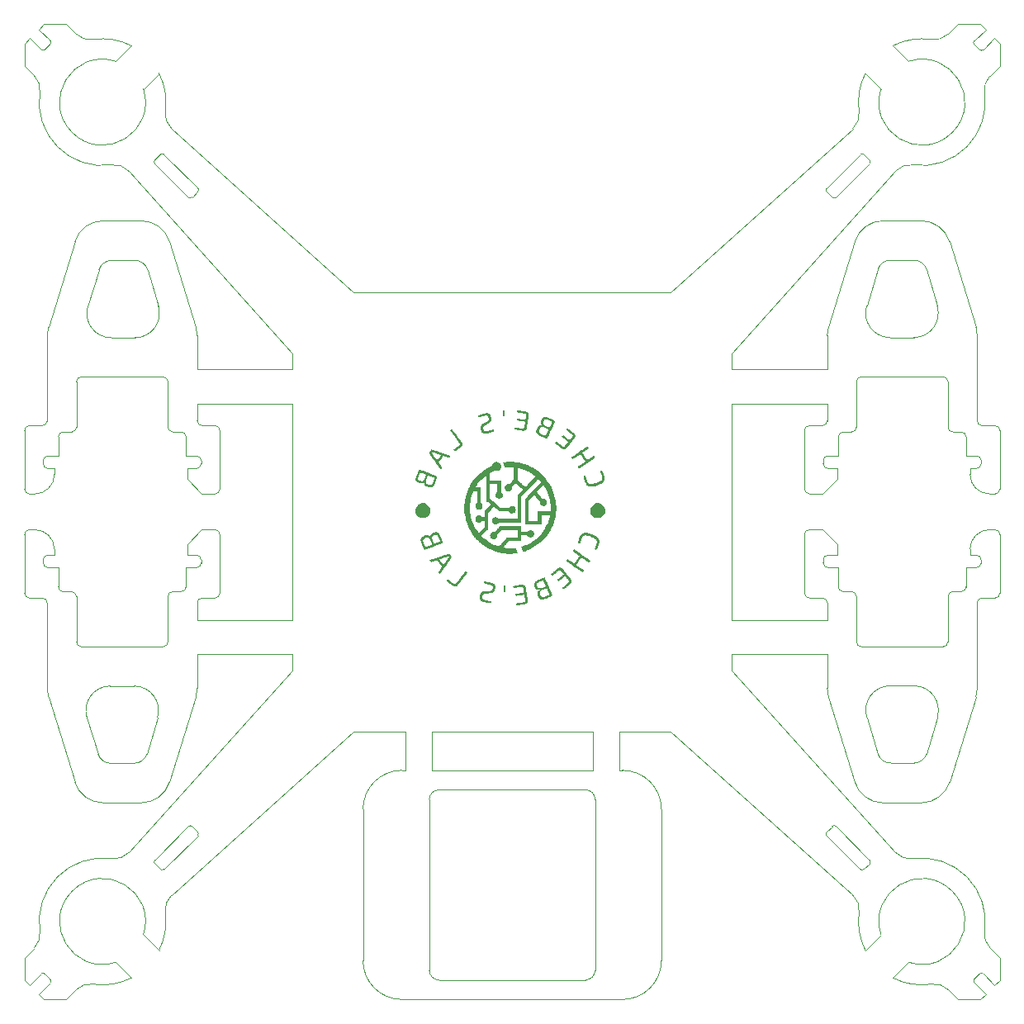
<source format=gbo>
G04 #@! TF.GenerationSoftware,KiCad,Pcbnew,8.99.0-1558-g48f6f837a1*
G04 #@! TF.CreationDate,2024-07-10T16:23:39+03:00*
G04 #@! TF.ProjectId,ESP32 drone,45535033-3220-4647-926f-6e652e6b6963,rev?*
G04 #@! TF.SameCoordinates,Original*
G04 #@! TF.FileFunction,Legend,Bot*
G04 #@! TF.FilePolarity,Positive*
%FSLAX46Y46*%
G04 Gerber Fmt 4.6, Leading zero omitted, Abs format (unit mm)*
G04 Created by KiCad (PCBNEW 8.99.0-1558-g48f6f837a1) date 2024-07-10 16:23:39*
%MOMM*%
%LPD*%
G01*
G04 APERTURE LIST*
%ADD10C,0.000000*%
%ADD11C,0.300000*%
%ADD12C,0.650000*%
%ADD13O,1.000000X2.100000*%
%ADD14O,1.000000X1.600000*%
%ADD15C,0.900000*%
%ADD16R,1.700000X1.700000*%
%ADD17O,1.700000X1.700000*%
G04 #@! TA.AperFunction,Profile*
%ADD18C,0.025400*%
G04 #@! TD*
G04 APERTURE END LIST*
D10*
G36*
X130118020Y-94068478D02*
G01*
X130143909Y-94069552D01*
X130181458Y-94071714D01*
X130208133Y-94074040D01*
X130219373Y-94076184D01*
X130219778Y-94081423D01*
X130219230Y-94103969D01*
X130217494Y-94141634D01*
X130214754Y-94191553D01*
X130211193Y-94250860D01*
X130206997Y-94316692D01*
X130202348Y-94386183D01*
X130197432Y-94456468D01*
X130192432Y-94524684D01*
X130187532Y-94587964D01*
X130182917Y-94643445D01*
X130176953Y-94711890D01*
X130147227Y-94705945D01*
X130132377Y-94703770D01*
X130098119Y-94701059D01*
X130060367Y-94700000D01*
X130003234Y-94700000D01*
X130006879Y-94442500D01*
X130007750Y-94387808D01*
X130009169Y-94316386D01*
X130010781Y-94250871D01*
X130012486Y-94194786D01*
X130014186Y-94151655D01*
X130015782Y-94125000D01*
X130021040Y-94065000D01*
X130118020Y-94068478D01*
G37*
G36*
X130113342Y-76316135D02*
G01*
X130113714Y-76328568D01*
X130115694Y-76399996D01*
X130117411Y-76470245D01*
X130118764Y-76534614D01*
X130119652Y-76588398D01*
X130119976Y-76626896D01*
X130120000Y-76718792D01*
X130082500Y-76722715D01*
X130035341Y-76726851D01*
X129988331Y-76728302D01*
X129959573Y-76725177D01*
X129949682Y-76717500D01*
X129949591Y-76715713D01*
X129948318Y-76697585D01*
X129945712Y-76662870D01*
X129941971Y-76614160D01*
X129937296Y-76554049D01*
X129931888Y-76485131D01*
X129925946Y-76410000D01*
X129924058Y-76386075D01*
X129918451Y-76313325D01*
X129913623Y-76248056D01*
X129909743Y-76192758D01*
X129906982Y-76149922D01*
X129905511Y-76122038D01*
X129905500Y-76111598D01*
X129910366Y-76110418D01*
X129931551Y-76108051D01*
X129965435Y-76105362D01*
X130007602Y-76102734D01*
X130106733Y-76097272D01*
X130113342Y-76316135D01*
G37*
G36*
X121808633Y-85617390D02*
G01*
X121875772Y-85623538D01*
X121930000Y-85633930D01*
X121945419Y-85638323D01*
X122062496Y-85682790D01*
X122169302Y-85743303D01*
X122264438Y-85818388D01*
X122346509Y-85906572D01*
X122414117Y-86006384D01*
X122465863Y-86116351D01*
X122500352Y-86235000D01*
X122502802Y-86248881D01*
X122507757Y-86292323D01*
X122511024Y-86343824D01*
X122511992Y-86395000D01*
X122506360Y-86483112D01*
X122482632Y-86601302D01*
X122441543Y-86712406D01*
X122384335Y-86814903D01*
X122312251Y-86907269D01*
X122226533Y-86987982D01*
X122128423Y-87055519D01*
X122019165Y-87108358D01*
X121900000Y-87144975D01*
X121869076Y-87150561D01*
X121800808Y-87156211D01*
X121715000Y-87156261D01*
X121675157Y-87154824D01*
X121626903Y-87151400D01*
X121586496Y-87145399D01*
X121546631Y-87135620D01*
X121500000Y-87120858D01*
X121385459Y-87072676D01*
X121281291Y-87008845D01*
X121190334Y-86931375D01*
X121113604Y-86841668D01*
X121052116Y-86741125D01*
X121006885Y-86631148D01*
X120978928Y-86513137D01*
X120969258Y-86388494D01*
X120969913Y-86351007D01*
X120983046Y-86229446D01*
X121013480Y-86117132D01*
X121061795Y-86012729D01*
X121128567Y-85914899D01*
X121214377Y-85822307D01*
X121238165Y-85800758D01*
X121333944Y-85729658D01*
X121439537Y-85672997D01*
X121550000Y-85633555D01*
X121596101Y-85624465D01*
X121662162Y-85617846D01*
X121735218Y-85615490D01*
X121808633Y-85617390D01*
G37*
G36*
X139665148Y-85615913D02*
G01*
X139744165Y-85618329D01*
X139810941Y-85625991D01*
X139872515Y-85640534D01*
X139935923Y-85663594D01*
X140008201Y-85696806D01*
X140012410Y-85698894D01*
X140104980Y-85755271D01*
X140191494Y-85827272D01*
X140268469Y-85911124D01*
X140332420Y-86003053D01*
X140379863Y-86099286D01*
X140393088Y-86136407D01*
X140419156Y-86243642D01*
X140430977Y-86356582D01*
X140428156Y-86469083D01*
X140410301Y-86575000D01*
X140406197Y-86590522D01*
X140364407Y-86705969D01*
X140306008Y-86811632D01*
X140232432Y-86906139D01*
X140145111Y-86988119D01*
X140045478Y-87056200D01*
X139934964Y-87109011D01*
X139815000Y-87145179D01*
X139800887Y-87148012D01*
X139731511Y-87156341D01*
X139653580Y-87158594D01*
X139575595Y-87154778D01*
X139506060Y-87144901D01*
X139472235Y-87137147D01*
X139357358Y-87098553D01*
X139252651Y-87044260D01*
X139159091Y-86975986D01*
X139077656Y-86895446D01*
X139009323Y-86804357D01*
X138955071Y-86704434D01*
X138915876Y-86597394D01*
X138892717Y-86484954D01*
X138886571Y-86368828D01*
X138898416Y-86250734D01*
X138929230Y-86132387D01*
X138935827Y-86114008D01*
X138987425Y-86003599D01*
X139055172Y-85903635D01*
X139137465Y-85815623D01*
X139232697Y-85741069D01*
X139339266Y-85681479D01*
X139455566Y-85638358D01*
X139466014Y-85635449D01*
X139507460Y-85625742D01*
X139549252Y-85619726D01*
X139597922Y-85616684D01*
X139660000Y-85615899D01*
X139665148Y-85615913D01*
G37*
G36*
X124722002Y-78032462D02*
G01*
X124732002Y-78043152D01*
X124752804Y-78068205D01*
X124783322Y-78106201D01*
X124822474Y-78155721D01*
X124869173Y-78215347D01*
X124922336Y-78283658D01*
X124980878Y-78359237D01*
X125043714Y-78440664D01*
X125109759Y-78526520D01*
X125177929Y-78615385D01*
X125247140Y-78705841D01*
X125316307Y-78796469D01*
X125384345Y-78885850D01*
X125450170Y-78972564D01*
X125512697Y-79055193D01*
X125570841Y-79132317D01*
X125623518Y-79202518D01*
X125669644Y-79264376D01*
X125708134Y-79316472D01*
X125737902Y-79357387D01*
X125757865Y-79385703D01*
X125766939Y-79400000D01*
X125775326Y-79418998D01*
X125790533Y-79470255D01*
X125797876Y-79531430D01*
X125799403Y-79569954D01*
X125797485Y-79602546D01*
X125790385Y-79631080D01*
X125776765Y-79663956D01*
X125757417Y-79698565D01*
X125728794Y-79739583D01*
X125698042Y-79776258D01*
X125691462Y-79782882D01*
X125662876Y-79808680D01*
X125621304Y-79843604D01*
X125569158Y-79885795D01*
X125508853Y-79933393D01*
X125442803Y-79984540D01*
X125373422Y-80037378D01*
X125303124Y-80090046D01*
X125234321Y-80140687D01*
X125169429Y-80187440D01*
X125110862Y-80228448D01*
X125106443Y-80231479D01*
X125066824Y-80258201D01*
X125033386Y-80279975D01*
X125009532Y-80294632D01*
X124998666Y-80300000D01*
X124997925Y-80299788D01*
X124987913Y-80289788D01*
X124970912Y-80268094D01*
X124950047Y-80239240D01*
X124928443Y-80207763D01*
X124909227Y-80178198D01*
X124895523Y-80155083D01*
X124890457Y-80142951D01*
X124891383Y-80141040D01*
X124903552Y-80128629D01*
X124926837Y-80108849D01*
X124957426Y-80085000D01*
X124964520Y-80079664D01*
X125060535Y-80006932D01*
X125150979Y-79937473D01*
X125234530Y-79872356D01*
X125309868Y-79812647D01*
X125375673Y-79759415D01*
X125430622Y-79713726D01*
X125473397Y-79676649D01*
X125502675Y-79649251D01*
X125517136Y-79632599D01*
X125531721Y-79601667D01*
X125539044Y-79550214D01*
X125526471Y-79497178D01*
X125524450Y-79493576D01*
X125511389Y-79474419D01*
X125487421Y-79441245D01*
X125453488Y-79395304D01*
X125410538Y-79337850D01*
X125359514Y-79270132D01*
X125301362Y-79193404D01*
X125237025Y-79108916D01*
X125167450Y-79017921D01*
X125093581Y-78921671D01*
X125016362Y-78821416D01*
X124519782Y-78177832D01*
X124616480Y-78103612D01*
X124618001Y-78102445D01*
X124655712Y-78074267D01*
X124687771Y-78051648D01*
X124710829Y-78036865D01*
X124721535Y-78032196D01*
X124722002Y-78032462D01*
G37*
G36*
X126126606Y-92550055D02*
G01*
X126137313Y-92556858D01*
X126160313Y-92573395D01*
X126192421Y-92597331D01*
X126230455Y-92626333D01*
X126329569Y-92702666D01*
X126301320Y-92738833D01*
X126294605Y-92747507D01*
X126275653Y-92772118D01*
X126246355Y-92810228D01*
X126207762Y-92860469D01*
X126160925Y-92921472D01*
X126106895Y-92991868D01*
X126046723Y-93070288D01*
X125981460Y-93155362D01*
X125912157Y-93245723D01*
X125839864Y-93340000D01*
X125792488Y-93401776D01*
X125720212Y-93495970D01*
X125650767Y-93586418D01*
X125585320Y-93671602D01*
X125525036Y-93750006D01*
X125471083Y-93820114D01*
X125424626Y-93880411D01*
X125386832Y-93929379D01*
X125358868Y-93965503D01*
X125341899Y-93987266D01*
X125326853Y-94005815D01*
X125263109Y-94072752D01*
X125198127Y-94123103D01*
X125133903Y-94155257D01*
X125100409Y-94163999D01*
X125038887Y-94169286D01*
X124974392Y-94164316D01*
X124915479Y-94149320D01*
X124908890Y-94146700D01*
X124871676Y-94128571D01*
X124828566Y-94103652D01*
X124787604Y-94076523D01*
X124745269Y-94045441D01*
X124694284Y-94006858D01*
X124637050Y-93962679D01*
X124575571Y-93914528D01*
X124511853Y-93864028D01*
X124447900Y-93812801D01*
X124385717Y-93762470D01*
X124327309Y-93714658D01*
X124274681Y-93670989D01*
X124229839Y-93633084D01*
X124194786Y-93602567D01*
X124171527Y-93581061D01*
X124162069Y-93570187D01*
X124162535Y-93567863D01*
X124171710Y-93553278D01*
X124189638Y-93529666D01*
X124212845Y-93501136D01*
X124237855Y-93471801D01*
X124261195Y-93445770D01*
X124279388Y-93427154D01*
X124288961Y-93420065D01*
X124289086Y-93420092D01*
X124299079Y-93426732D01*
X124323007Y-93444154D01*
X124359082Y-93471012D01*
X124405516Y-93505961D01*
X124460523Y-93547656D01*
X124522313Y-93594752D01*
X124589100Y-93645904D01*
X124656670Y-93697559D01*
X124721326Y-93746570D01*
X124780310Y-93790871D01*
X124831593Y-93828954D01*
X124873147Y-93859314D01*
X124902943Y-93880444D01*
X124918952Y-93890838D01*
X124932075Y-93897003D01*
X124981147Y-93908687D01*
X125031506Y-93906259D01*
X125075368Y-93889772D01*
X125081946Y-93883920D01*
X125101652Y-93862150D01*
X125132487Y-93825512D01*
X125173912Y-93774685D01*
X125225390Y-93710348D01*
X125286382Y-93633180D01*
X125356350Y-93543859D01*
X125434755Y-93443065D01*
X125521058Y-93331477D01*
X125614722Y-93209772D01*
X125661019Y-93149507D01*
X125736527Y-93051337D01*
X125808007Y-92958552D01*
X125874554Y-92872317D01*
X125935264Y-92793799D01*
X125989235Y-92724161D01*
X126035561Y-92664572D01*
X126073339Y-92616195D01*
X126101664Y-92580197D01*
X126119634Y-92557743D01*
X126126343Y-92550000D01*
X126126606Y-92550055D01*
G37*
G36*
X138517190Y-88665209D02*
G01*
X138622580Y-88678284D01*
X138736383Y-88701154D01*
X138861292Y-88734326D01*
X139000000Y-88778306D01*
X139144918Y-88830698D01*
X139291204Y-88892318D01*
X139418616Y-88956577D01*
X139527704Y-89023859D01*
X139619018Y-89094548D01*
X139693109Y-89169029D01*
X139750525Y-89247684D01*
X139791818Y-89330897D01*
X139801513Y-89363622D01*
X139811103Y-89418924D01*
X139817142Y-89483669D01*
X139819311Y-89552042D01*
X139817292Y-89618227D01*
X139810766Y-89676408D01*
X139799841Y-89730838D01*
X139772548Y-89832737D01*
X139735861Y-89942694D01*
X139691698Y-90055928D01*
X139641975Y-90167660D01*
X139588612Y-90273110D01*
X139533524Y-90367500D01*
X139517365Y-90392008D01*
X139502601Y-90412234D01*
X139494875Y-90420000D01*
X139488275Y-90417818D01*
X139467387Y-90408422D01*
X139437636Y-90393983D01*
X139404165Y-90377108D01*
X139372117Y-90360401D01*
X139346633Y-90346467D01*
X139332856Y-90337913D01*
X139329540Y-90332831D01*
X139330488Y-90317785D01*
X139340059Y-90291700D01*
X139359169Y-90251570D01*
X139370946Y-90227259D01*
X139397566Y-90168027D01*
X139427433Y-90097162D01*
X139458610Y-90019546D01*
X139489157Y-89940060D01*
X139517133Y-89863584D01*
X139540600Y-89795000D01*
X139543501Y-89786046D01*
X139558727Y-89734844D01*
X139567912Y-89691858D01*
X139572546Y-89648205D01*
X139574119Y-89595000D01*
X139574199Y-89564632D01*
X139572899Y-89524475D01*
X139568892Y-89494323D01*
X139561152Y-89467867D01*
X139548649Y-89438799D01*
X139522720Y-89391698D01*
X139483655Y-89341435D01*
X139432209Y-89293646D01*
X139364878Y-89244631D01*
X139327990Y-89221347D01*
X139234354Y-89170276D01*
X139125194Y-89119874D01*
X139003560Y-89071398D01*
X138872499Y-89026103D01*
X138735057Y-88985243D01*
X138716600Y-88980266D01*
X138596337Y-88952211D01*
X138490596Y-88936100D01*
X138397954Y-88932058D01*
X138316987Y-88940213D01*
X138246271Y-88960692D01*
X138184383Y-88993620D01*
X138129899Y-89039126D01*
X138098934Y-89074028D01*
X138067079Y-89116373D01*
X138043098Y-89155000D01*
X138033560Y-89174463D01*
X138011708Y-89226089D01*
X137987061Y-89291865D01*
X137960810Y-89368252D01*
X137934151Y-89451712D01*
X137908275Y-89538704D01*
X137884378Y-89625690D01*
X137879111Y-89645691D01*
X137866384Y-89693373D01*
X137855694Y-89732516D01*
X137848035Y-89759513D01*
X137844402Y-89770757D01*
X137839594Y-89771560D01*
X137818793Y-89769621D01*
X137785615Y-89764343D01*
X137744411Y-89756351D01*
X137647849Y-89736186D01*
X137654478Y-89675593D01*
X137657071Y-89653652D01*
X137674669Y-89546261D01*
X137700258Y-89434309D01*
X137732564Y-89321301D01*
X137770309Y-89210744D01*
X137812219Y-89106143D01*
X137857017Y-89011003D01*
X137903428Y-88928830D01*
X137950176Y-88863130D01*
X137983272Y-88827552D01*
X138026482Y-88788166D01*
X138068135Y-88756144D01*
X138099248Y-88736207D01*
X138160926Y-88704116D01*
X138224770Y-88682237D01*
X138296508Y-88668858D01*
X138381866Y-88662265D01*
X138417519Y-88661424D01*
X138517190Y-88665209D01*
G37*
G36*
X140090597Y-82250160D02*
G01*
X140093265Y-82253753D01*
X140112115Y-82283979D01*
X140136199Y-82328461D01*
X140163787Y-82383486D01*
X140193151Y-82445339D01*
X140222561Y-82510303D01*
X140250288Y-82574664D01*
X140274604Y-82634707D01*
X140293779Y-82686717D01*
X140300599Y-82706863D01*
X140332191Y-82809958D01*
X140353743Y-82901142D01*
X140366073Y-82984471D01*
X140370000Y-83064003D01*
X140365231Y-83142817D01*
X140345473Y-83234873D01*
X140309767Y-83320416D01*
X140257448Y-83400260D01*
X140187852Y-83475221D01*
X140100315Y-83546114D01*
X139994173Y-83613753D01*
X139868761Y-83678953D01*
X139777932Y-83720071D01*
X139563457Y-83802301D01*
X139342826Y-83867089D01*
X139120000Y-83913193D01*
X139109983Y-83914305D01*
X139080357Y-83916129D01*
X139039821Y-83917656D01*
X138994100Y-83918638D01*
X138992105Y-83918662D01*
X138879456Y-83912033D01*
X138777470Y-83889196D01*
X138685520Y-83849726D01*
X138602982Y-83793194D01*
X138529229Y-83719175D01*
X138463637Y-83627241D01*
X138405580Y-83516965D01*
X138390159Y-83481558D01*
X138358321Y-83399008D01*
X138327872Y-83308283D01*
X138299980Y-83213771D01*
X138275816Y-83119858D01*
X138256547Y-83030932D01*
X138243343Y-82951381D01*
X138237372Y-82885592D01*
X138235000Y-82816262D01*
X138320000Y-82798588D01*
X138336100Y-82795255D01*
X138372536Y-82787830D01*
X138399161Y-82782573D01*
X138411094Y-82780457D01*
X138411181Y-82780462D01*
X138415812Y-82790001D01*
X138423703Y-82815184D01*
X138433773Y-82852265D01*
X138444937Y-82897500D01*
X138460566Y-82959295D01*
X138480898Y-83032225D01*
X138503941Y-83109323D01*
X138528415Y-83186666D01*
X138553044Y-83260329D01*
X138576550Y-83326388D01*
X138597654Y-83380920D01*
X138615079Y-83420000D01*
X138626557Y-83441739D01*
X138674851Y-83514154D01*
X138731208Y-83570184D01*
X138797817Y-83612132D01*
X138800039Y-83613225D01*
X138827655Y-83626357D01*
X138850640Y-83635249D01*
X138873920Y-83640715D01*
X138902421Y-83643571D01*
X138941069Y-83644632D01*
X138994790Y-83644712D01*
X139008308Y-83644617D01*
X139077619Y-83641753D01*
X139145788Y-83634336D01*
X139216661Y-83621568D01*
X139294082Y-83602651D01*
X139381896Y-83576786D01*
X139483948Y-83543176D01*
X139576134Y-83510187D01*
X139712809Y-83454482D01*
X139829753Y-83397334D01*
X139927108Y-83338651D01*
X140005017Y-83278346D01*
X140063620Y-83216327D01*
X140103059Y-83152507D01*
X140106773Y-83144172D01*
X140115956Y-83118201D01*
X140121471Y-83089300D01*
X140124125Y-83051792D01*
X140124722Y-83000000D01*
X140124705Y-82994635D01*
X140124091Y-82953191D01*
X140121912Y-82919495D01*
X140117119Y-82888238D01*
X140108664Y-82854106D01*
X140095501Y-82811791D01*
X140076580Y-82755979D01*
X140072777Y-82745039D01*
X140049140Y-82680015D01*
X140021086Y-82606573D01*
X139991807Y-82532931D01*
X139964494Y-82467305D01*
X139949768Y-82432568D01*
X139930652Y-82386001D01*
X139915861Y-82348126D01*
X139906634Y-82322150D01*
X139904209Y-82311279D01*
X139907050Y-82308921D01*
X139924303Y-82298725D01*
X139953304Y-82283352D01*
X139989766Y-82265114D01*
X140071385Y-82225320D01*
X140090597Y-82250160D01*
G37*
G36*
X128063951Y-93650082D02*
G01*
X128074210Y-93650251D01*
X128128067Y-93653930D01*
X128196457Y-93661892D01*
X128275505Y-93673454D01*
X128361337Y-93687932D01*
X128450078Y-93704643D01*
X128537852Y-93722904D01*
X128620784Y-93742032D01*
X128695000Y-93761344D01*
X128746487Y-93776320D01*
X128851817Y-93811704D01*
X128939343Y-93848932D01*
X129010594Y-93888939D01*
X129067100Y-93932663D01*
X129110388Y-93981037D01*
X129141988Y-94035000D01*
X129151939Y-94058992D01*
X129158651Y-94083241D01*
X129162559Y-94112282D01*
X129164336Y-94151180D01*
X129164659Y-94205000D01*
X129164603Y-94213045D01*
X129153751Y-94345384D01*
X129123857Y-94472629D01*
X129074456Y-94596802D01*
X129050316Y-94640227D01*
X129012638Y-94693941D01*
X128970021Y-94743622D01*
X128926670Y-94784459D01*
X128886788Y-94811638D01*
X128867859Y-94821247D01*
X128843950Y-94832760D01*
X128821395Y-94842027D01*
X128797821Y-94849332D01*
X128770856Y-94854959D01*
X128738128Y-94859194D01*
X128697263Y-94862321D01*
X128645891Y-94864624D01*
X128581638Y-94866389D01*
X128502132Y-94867899D01*
X128405000Y-94869439D01*
X128339603Y-94870474D01*
X128256721Y-94871930D01*
X128190209Y-94873394D01*
X128137888Y-94875011D01*
X128097580Y-94876920D01*
X128067107Y-94879265D01*
X128044290Y-94882187D01*
X128026952Y-94885828D01*
X128012915Y-94890330D01*
X128000000Y-94895835D01*
X127965309Y-94915811D01*
X127922246Y-94955823D01*
X127886701Y-95010446D01*
X127857695Y-95081298D01*
X127834248Y-95170000D01*
X127823855Y-95229333D01*
X127820383Y-95290678D01*
X127827854Y-95343080D01*
X127847555Y-95387979D01*
X127880776Y-95426816D01*
X127928808Y-95461031D01*
X127992939Y-95492065D01*
X128074458Y-95521359D01*
X128174655Y-95550353D01*
X128186058Y-95553363D01*
X128236992Y-95566366D01*
X128301073Y-95582233D01*
X128373347Y-95599760D01*
X128448864Y-95617744D01*
X128522670Y-95634979D01*
X128563009Y-95644336D01*
X128623781Y-95658618D01*
X128676054Y-95671129D01*
X128717078Y-95681200D01*
X128744102Y-95688163D01*
X128754377Y-95691348D01*
X128754723Y-95695218D01*
X128752965Y-95715024D01*
X128748632Y-95747499D01*
X128742289Y-95788127D01*
X128726855Y-95881254D01*
X128660928Y-95874812D01*
X128622519Y-95870801D01*
X128432189Y-95843971D01*
X128235000Y-95805225D01*
X128165211Y-95789031D01*
X128031323Y-95753696D01*
X127916055Y-95716449D01*
X127818480Y-95676551D01*
X127737673Y-95633262D01*
X127672706Y-95585844D01*
X127622653Y-95533555D01*
X127586589Y-95475658D01*
X127563585Y-95411411D01*
X127552716Y-95340077D01*
X127553056Y-95260915D01*
X127557743Y-95211442D01*
X127575439Y-95110288D01*
X127602837Y-95012822D01*
X127638615Y-94921748D01*
X127681450Y-94839773D01*
X127730021Y-94769603D01*
X127783006Y-94713942D01*
X127839083Y-94675498D01*
X127848484Y-94670774D01*
X127872539Y-94659321D01*
X127895625Y-94650003D01*
X127920071Y-94642556D01*
X127948209Y-94636718D01*
X127982366Y-94632228D01*
X128024874Y-94628823D01*
X128078062Y-94626241D01*
X128144259Y-94624219D01*
X128225795Y-94622496D01*
X128325000Y-94620809D01*
X128402522Y-94619527D01*
X128482903Y-94618042D01*
X128547228Y-94616546D01*
X128597687Y-94614891D01*
X128636468Y-94612931D01*
X128665761Y-94610516D01*
X128687752Y-94607500D01*
X128704632Y-94603735D01*
X128718588Y-94599074D01*
X128731809Y-94593368D01*
X128764775Y-94573059D01*
X128807318Y-94529169D01*
X128842744Y-94470528D01*
X128869827Y-94399857D01*
X128887340Y-94319875D01*
X128894059Y-94233303D01*
X128893353Y-94187453D01*
X128887936Y-94145547D01*
X128875467Y-94114188D01*
X128853766Y-94088316D01*
X128820653Y-94062871D01*
X128806000Y-94053873D01*
X128766462Y-94034904D01*
X128712536Y-94014421D01*
X128643329Y-93992162D01*
X128557944Y-93967865D01*
X128455485Y-93941269D01*
X128335056Y-93912110D01*
X128195763Y-93880128D01*
X128140637Y-93867565D01*
X128090187Y-93855712D01*
X128049789Y-93845837D01*
X128022602Y-93838715D01*
X128011786Y-93835118D01*
X128011052Y-93831740D01*
X128011664Y-93812431D01*
X128014773Y-93780350D01*
X128019973Y-93740189D01*
X128032901Y-93650000D01*
X128063951Y-93650082D01*
G37*
G36*
X128369817Y-76386461D02*
G01*
X128446528Y-76402815D01*
X128512268Y-76433737D01*
X128568439Y-76479585D01*
X128604293Y-76520926D01*
X128634454Y-76566797D01*
X128661502Y-76622036D01*
X128688385Y-76691862D01*
X128694476Y-76709534D01*
X128727952Y-76828271D01*
X128745738Y-76938660D01*
X128747802Y-77039728D01*
X128734115Y-77130499D01*
X128704645Y-77210000D01*
X128698491Y-77221804D01*
X128679657Y-77253801D01*
X128658033Y-77283288D01*
X128631732Y-77311696D01*
X128598866Y-77340457D01*
X128557547Y-77371001D01*
X128505889Y-77404762D01*
X128442003Y-77443170D01*
X128364003Y-77487657D01*
X128270000Y-77539654D01*
X128241588Y-77555254D01*
X128166010Y-77597272D01*
X128105571Y-77632006D01*
X128058282Y-77660863D01*
X128022152Y-77685248D01*
X127995190Y-77706570D01*
X127975406Y-77726235D01*
X127960810Y-77745649D01*
X127949410Y-77766220D01*
X127946623Y-77772079D01*
X127936784Y-77796829D01*
X127931734Y-77821760D01*
X127930644Y-77853434D01*
X127932683Y-77898414D01*
X127937511Y-77947220D01*
X127953210Y-78025941D01*
X127977171Y-78097067D01*
X128008010Y-78157543D01*
X128044346Y-78204316D01*
X128084795Y-78234330D01*
X128099713Y-78240598D01*
X128133268Y-78248854D01*
X128174546Y-78251989D01*
X128224920Y-78249766D01*
X128285765Y-78241942D01*
X128358457Y-78228280D01*
X128444370Y-78208539D01*
X128544880Y-78182479D01*
X128661360Y-78149860D01*
X128795186Y-78110444D01*
X128813038Y-78105124D01*
X128871340Y-78088284D01*
X128922235Y-78074385D01*
X128962802Y-78064174D01*
X128990114Y-78058398D01*
X129001250Y-78057803D01*
X129004606Y-78062847D01*
X129014326Y-78084228D01*
X129026096Y-78115490D01*
X129038044Y-78150934D01*
X129048299Y-78184859D01*
X129054990Y-78211567D01*
X129056247Y-78225357D01*
X129048846Y-78232087D01*
X129024864Y-78245533D01*
X128987415Y-78263242D01*
X128939553Y-78283943D01*
X128884328Y-78306370D01*
X128824793Y-78329253D01*
X128764000Y-78351325D01*
X128705000Y-78371318D01*
X128690978Y-78375831D01*
X128603169Y-78402553D01*
X128513500Y-78427462D01*
X128426105Y-78449559D01*
X128345116Y-78467843D01*
X128274665Y-78481314D01*
X128218886Y-78488972D01*
X128206359Y-78490078D01*
X128107750Y-78492904D01*
X128022126Y-78483239D01*
X127948099Y-78460047D01*
X127884280Y-78422295D01*
X127829280Y-78368949D01*
X127781710Y-78298974D01*
X127740180Y-78211336D01*
X127703304Y-78105000D01*
X127697305Y-78084642D01*
X127687968Y-78048576D01*
X127681776Y-78014575D01*
X127678080Y-77977125D01*
X127676229Y-77930711D01*
X127675573Y-77869820D01*
X127675464Y-77836333D01*
X127675716Y-77788625D01*
X127677120Y-77754034D01*
X127680350Y-77728124D01*
X127686081Y-77706457D01*
X127694987Y-77684596D01*
X127707742Y-77658103D01*
X127722526Y-77629480D01*
X127738483Y-77602948D01*
X127756765Y-77578369D01*
X127779078Y-77554484D01*
X127807126Y-77530033D01*
X127842614Y-77503759D01*
X127887245Y-77474402D01*
X127942724Y-77440703D01*
X128010756Y-77401404D01*
X128093045Y-77355245D01*
X128191295Y-77300969D01*
X128261672Y-77261495D01*
X128326019Y-77223105D01*
X128376110Y-77189788D01*
X128414053Y-77159863D01*
X128441955Y-77131647D01*
X128461922Y-77103458D01*
X128476061Y-77073614D01*
X128486335Y-77027480D01*
X128487184Y-76969605D01*
X128479295Y-76905768D01*
X128463921Y-76840290D01*
X128442317Y-76777491D01*
X128415737Y-76721694D01*
X128385433Y-76677217D01*
X128352661Y-76648383D01*
X128339758Y-76641666D01*
X128312786Y-76632186D01*
X128280739Y-76626901D01*
X128242081Y-76626073D01*
X128195277Y-76629964D01*
X128138791Y-76638836D01*
X128071089Y-76652952D01*
X127990633Y-76672573D01*
X127895888Y-76697962D01*
X127785320Y-76729381D01*
X127657391Y-76767093D01*
X127649416Y-76769469D01*
X127592252Y-76786196D01*
X127542294Y-76800296D01*
X127502524Y-76810964D01*
X127475921Y-76817400D01*
X127465466Y-76818798D01*
X127463971Y-76816232D01*
X127456438Y-76798823D01*
X127444704Y-76769095D01*
X127430586Y-76731588D01*
X127400022Y-76648692D01*
X127482511Y-76610058D01*
X127551752Y-76579959D01*
X127642025Y-76545321D01*
X127741586Y-76510904D01*
X127845861Y-76478075D01*
X127950281Y-76448199D01*
X128050273Y-76422644D01*
X128141267Y-76402777D01*
X128218691Y-76389963D01*
X128280737Y-76384316D01*
X128369817Y-76386461D01*
G37*
G36*
X137665186Y-90632415D02*
G01*
X137705387Y-90659878D01*
X137881699Y-90780330D01*
X138044635Y-90891657D01*
X138193882Y-90993642D01*
X138329125Y-91086073D01*
X138450049Y-91168732D01*
X138556342Y-91241406D01*
X138647687Y-91303880D01*
X138723771Y-91355938D01*
X138784279Y-91397366D01*
X138828898Y-91427948D01*
X138857311Y-91447470D01*
X138929622Y-91497286D01*
X138858277Y-91601143D01*
X138855183Y-91605647D01*
X138828317Y-91644707D01*
X138806038Y-91677022D01*
X138790589Y-91699342D01*
X138784213Y-91708420D01*
X138784165Y-91708441D01*
X138774859Y-91703130D01*
X138750752Y-91687628D01*
X138713451Y-91663012D01*
X138664560Y-91630359D01*
X138605688Y-91590746D01*
X138538440Y-91545251D01*
X138464424Y-91494950D01*
X138385244Y-91440920D01*
X138382057Y-91438741D01*
X138302860Y-91384698D01*
X138228743Y-91334311D01*
X138161337Y-91288673D01*
X138102270Y-91248880D01*
X138053173Y-91216026D01*
X138015675Y-91191206D01*
X137991407Y-91175516D01*
X137981998Y-91170049D01*
X137981266Y-91170621D01*
X137971846Y-91182607D01*
X137952947Y-91208618D01*
X137925946Y-91246651D01*
X137892220Y-91294701D01*
X137853147Y-91350765D01*
X137810103Y-91412839D01*
X137764466Y-91478920D01*
X137717612Y-91547004D01*
X137670919Y-91615087D01*
X137625764Y-91681167D01*
X137583525Y-91743239D01*
X137545577Y-91799299D01*
X137513298Y-91847344D01*
X137488066Y-91885371D01*
X137471257Y-91911375D01*
X137464248Y-91923353D01*
X137464693Y-91924939D01*
X137476846Y-91936955D01*
X137504747Y-91959225D01*
X137547652Y-91991208D01*
X137604818Y-92032368D01*
X137675499Y-92082166D01*
X137758953Y-92140065D01*
X137854435Y-92205525D01*
X137856521Y-92206948D01*
X137935523Y-92261011D01*
X138009209Y-92311755D01*
X138075972Y-92358053D01*
X138134207Y-92398776D01*
X138182308Y-92432796D01*
X138218669Y-92458983D01*
X138241684Y-92476209D01*
X138249747Y-92483346D01*
X138244549Y-92494342D01*
X138230133Y-92518252D01*
X138208713Y-92551531D01*
X138182500Y-92590648D01*
X138182332Y-92590895D01*
X138155624Y-92629247D01*
X138132712Y-92660675D01*
X138116027Y-92681939D01*
X138108003Y-92689801D01*
X138105418Y-92688700D01*
X138088434Y-92678421D01*
X138057056Y-92658098D01*
X138012629Y-92628657D01*
X137956498Y-92591024D01*
X137890007Y-92546126D01*
X137814500Y-92494888D01*
X137731321Y-92438238D01*
X137641816Y-92377102D01*
X137547328Y-92312406D01*
X137449202Y-92245077D01*
X137348782Y-92176040D01*
X137247412Y-92106223D01*
X137146438Y-92036551D01*
X137047202Y-91967952D01*
X136951051Y-91901351D01*
X136859327Y-91837675D01*
X136773376Y-91777850D01*
X136694542Y-91722803D01*
X136624169Y-91673460D01*
X136563601Y-91630748D01*
X136514184Y-91595592D01*
X136477260Y-91568920D01*
X136454176Y-91551657D01*
X136446275Y-91544730D01*
X136451555Y-91532884D01*
X136466288Y-91507988D01*
X136488108Y-91474141D01*
X136514661Y-91435118D01*
X136581772Y-91338860D01*
X136608386Y-91356003D01*
X136608937Y-91356360D01*
X136624298Y-91366620D01*
X136654001Y-91386696D01*
X136696039Y-91415224D01*
X136748408Y-91450840D01*
X136809100Y-91492179D01*
X136876110Y-91537878D01*
X136947431Y-91586573D01*
X136957113Y-91593183D01*
X137026838Y-91640634D01*
X137091184Y-91684150D01*
X137148298Y-91722498D01*
X137196330Y-91754448D01*
X137233430Y-91778766D01*
X137257747Y-91794223D01*
X137267431Y-91799584D01*
X137270578Y-91796929D01*
X137283904Y-91780334D01*
X137305987Y-91750248D01*
X137335486Y-91708666D01*
X137371059Y-91657587D01*
X137411367Y-91599007D01*
X137455067Y-91534922D01*
X137500820Y-91467331D01*
X137547284Y-91398230D01*
X137593119Y-91329616D01*
X137636983Y-91263485D01*
X137677535Y-91201836D01*
X137713436Y-91146665D01*
X137743344Y-91099968D01*
X137765917Y-91063744D01*
X137779816Y-91039989D01*
X137783699Y-91030699D01*
X137782946Y-91030104D01*
X137769827Y-91020785D01*
X137742388Y-91001752D01*
X137702476Y-90974272D01*
X137651936Y-90939610D01*
X137592613Y-90899033D01*
X137526353Y-90853806D01*
X137455000Y-90805196D01*
X137440857Y-90795566D01*
X137370102Y-90747301D01*
X137304639Y-90702496D01*
X137246342Y-90662447D01*
X137197090Y-90628448D01*
X137158758Y-90601794D01*
X137133223Y-90583779D01*
X137122361Y-90575698D01*
X137119417Y-90570158D01*
X137121526Y-90557281D01*
X137131895Y-90536005D01*
X137151807Y-90503824D01*
X137182547Y-90458232D01*
X137255372Y-90352457D01*
X137665186Y-90632415D01*
G37*
G36*
X136547873Y-77916252D02*
G01*
X136572374Y-77932762D01*
X136608327Y-77958832D01*
X136653865Y-77992984D01*
X136707120Y-78033738D01*
X136766223Y-78079612D01*
X136829305Y-78129128D01*
X136894498Y-78180804D01*
X136959934Y-78233162D01*
X137023745Y-78284720D01*
X137084061Y-78333999D01*
X137139015Y-78379519D01*
X137186739Y-78419800D01*
X137225363Y-78453361D01*
X137253020Y-78478722D01*
X137277058Y-78505253D01*
X137308247Y-78547618D01*
X137333020Y-78589789D01*
X137349244Y-78625084D01*
X137359290Y-78656370D01*
X137363896Y-78690007D01*
X137365000Y-78734789D01*
X137364960Y-78747490D01*
X137363521Y-78786481D01*
X137358544Y-78815739D01*
X137348035Y-78843394D01*
X137330000Y-78877579D01*
X137327255Y-78882025D01*
X137311321Y-78904379D01*
X137284372Y-78939873D01*
X137247715Y-78986911D01*
X137202656Y-79043893D01*
X137150503Y-79109225D01*
X137092561Y-79181307D01*
X137030137Y-79258543D01*
X136964538Y-79339335D01*
X136897070Y-79422087D01*
X136829039Y-79505201D01*
X136761753Y-79587080D01*
X136696516Y-79666126D01*
X136634637Y-79740743D01*
X136577421Y-79809332D01*
X136526176Y-79870298D01*
X136482206Y-79922041D01*
X136446820Y-79962966D01*
X136421323Y-79991475D01*
X136407022Y-80005971D01*
X136377770Y-80027659D01*
X136317752Y-80059990D01*
X136256563Y-80079874D01*
X136201832Y-80085164D01*
X136125775Y-80075027D01*
X136045000Y-80045509D01*
X136040086Y-80043126D01*
X136011615Y-80027173D01*
X135977021Y-80004301D01*
X135934570Y-79973202D01*
X135882527Y-79932569D01*
X135819159Y-79881091D01*
X135742731Y-79817463D01*
X135739914Y-79815097D01*
X135674784Y-79760197D01*
X135608749Y-79704182D01*
X135545063Y-79649836D01*
X135486978Y-79599943D01*
X135437749Y-79557289D01*
X135400627Y-79524657D01*
X135290793Y-79426877D01*
X135319548Y-79390938D01*
X135329469Y-79379006D01*
X135358077Y-79347188D01*
X135387369Y-79317211D01*
X135426434Y-79279423D01*
X135749695Y-79545521D01*
X135782919Y-79572813D01*
X135851198Y-79628544D01*
X135914599Y-79679819D01*
X135971369Y-79725252D01*
X136019758Y-79763454D01*
X136058015Y-79793040D01*
X136084389Y-79812620D01*
X136097130Y-79820809D01*
X136133522Y-79828782D01*
X136178955Y-79827598D01*
X136217997Y-79815824D01*
X136225604Y-79811509D01*
X136239231Y-79801990D01*
X136255095Y-79788270D01*
X136274669Y-79768722D01*
X136299423Y-79741721D01*
X136330830Y-79705641D01*
X136370360Y-79658856D01*
X136419485Y-79599741D01*
X136479676Y-79526668D01*
X136487902Y-79516650D01*
X136536711Y-79456807D01*
X136573935Y-79410210D01*
X136600790Y-79375140D01*
X136618490Y-79349880D01*
X136628250Y-79332711D01*
X136631286Y-79321914D01*
X136628812Y-79315772D01*
X136626044Y-79313405D01*
X136609811Y-79299890D01*
X136581126Y-79276168D01*
X136541981Y-79243877D01*
X136494368Y-79204653D01*
X136440279Y-79160135D01*
X136381708Y-79111958D01*
X136320645Y-79061761D01*
X136259083Y-79011180D01*
X136199015Y-78961852D01*
X136142433Y-78915415D01*
X136091329Y-78873505D01*
X136047696Y-78837760D01*
X136013525Y-78809817D01*
X135990808Y-78791312D01*
X135981539Y-78783884D01*
X135983906Y-78778964D01*
X135996577Y-78761493D01*
X136017801Y-78734545D01*
X136045059Y-78701393D01*
X136112039Y-78621375D01*
X136288520Y-78767050D01*
X136288541Y-78767067D01*
X136351923Y-78819374D01*
X136421922Y-78877120D01*
X136493026Y-78935761D01*
X136559728Y-78990755D01*
X136616517Y-79037557D01*
X136623084Y-79042957D01*
X136669524Y-79080581D01*
X136710568Y-79112879D01*
X136743736Y-79137969D01*
X136766546Y-79153966D01*
X136776517Y-79158989D01*
X136778599Y-79157576D01*
X136792274Y-79143738D01*
X136815322Y-79117612D01*
X136845597Y-79081862D01*
X136880952Y-79039155D01*
X136919240Y-78992155D01*
X136958315Y-78943529D01*
X136996031Y-78895941D01*
X137030240Y-78852058D01*
X137058796Y-78814545D01*
X137079553Y-78786067D01*
X137090363Y-78769289D01*
X137096460Y-78756958D01*
X137106720Y-78731974D01*
X137111626Y-78708796D01*
X137110027Y-78685849D01*
X137100773Y-78661557D01*
X137082711Y-78634345D01*
X137054691Y-78602637D01*
X137015561Y-78564859D01*
X136964170Y-78519436D01*
X136899367Y-78464791D01*
X136820000Y-78399350D01*
X136813454Y-78393981D01*
X136753371Y-78344645D01*
X136690719Y-78293105D01*
X136630012Y-78243077D01*
X136575760Y-78198279D01*
X136532475Y-78162430D01*
X136419949Y-78069005D01*
X136476421Y-77992002D01*
X136490864Y-77972328D01*
X136513214Y-77941979D01*
X136529286Y-77920276D01*
X136536313Y-77910966D01*
X136536694Y-77910785D01*
X136547873Y-77916252D01*
G37*
G36*
X124455039Y-80714183D02*
G01*
X124513657Y-80733916D01*
X124557884Y-80749069D01*
X124586167Y-80759137D01*
X124596953Y-80763618D01*
X124595526Y-80768725D01*
X124584474Y-80786622D01*
X124565324Y-80813764D01*
X124540865Y-80846565D01*
X124513884Y-80881442D01*
X124487167Y-80914809D01*
X124463503Y-80943080D01*
X124445679Y-80962672D01*
X124436482Y-80970000D01*
X124433688Y-80969482D01*
X124414497Y-80963910D01*
X124379811Y-80952866D01*
X124332048Y-80937151D01*
X124273629Y-80917568D01*
X124206974Y-80894917D01*
X124134501Y-80870000D01*
X124104862Y-80859773D01*
X124034516Y-80835677D01*
X123971008Y-80814168D01*
X123916748Y-80796045D01*
X123874145Y-80782109D01*
X123845607Y-80773160D01*
X123833543Y-80770000D01*
X123832903Y-80770238D01*
X123822626Y-80780623D01*
X123802134Y-80805094D01*
X123772788Y-80841902D01*
X123735953Y-80889297D01*
X123692990Y-80945528D01*
X123645262Y-81008845D01*
X123594132Y-81077500D01*
X123586621Y-81087642D01*
X123535637Y-81156429D01*
X123488206Y-81220319D01*
X123445717Y-81277448D01*
X123409560Y-81325951D01*
X123381124Y-81363964D01*
X123361798Y-81389624D01*
X123352972Y-81401066D01*
X123352209Y-81402071D01*
X123350212Y-81408869D01*
X123352430Y-81419454D01*
X123359964Y-81435578D01*
X123373915Y-81458996D01*
X123395383Y-81491459D01*
X123425468Y-81534723D01*
X123465272Y-81590541D01*
X123515893Y-81660665D01*
X123530009Y-81680160D01*
X123574223Y-81741313D01*
X123614688Y-81797412D01*
X123649803Y-81846230D01*
X123677969Y-81885540D01*
X123697586Y-81913116D01*
X123707056Y-81926733D01*
X123712109Y-81935960D01*
X123713459Y-81946494D01*
X123708941Y-81960501D01*
X123697031Y-81981121D01*
X123676207Y-82011492D01*
X123644945Y-82054755D01*
X123568070Y-82160242D01*
X123550711Y-82137621D01*
X123542450Y-82126430D01*
X123522568Y-82098726D01*
X123493314Y-82057519D01*
X123455636Y-82004167D01*
X123410481Y-81940029D01*
X123358797Y-81866461D01*
X123301532Y-81784824D01*
X123239634Y-81696473D01*
X123174051Y-81602769D01*
X123105730Y-81505069D01*
X123035620Y-81404731D01*
X122964669Y-81303114D01*
X122893824Y-81201575D01*
X122824033Y-81101472D01*
X122756244Y-81004165D01*
X122691405Y-80911010D01*
X122630464Y-80823367D01*
X122574368Y-80742593D01*
X122524067Y-80670047D01*
X122480506Y-80607086D01*
X122444635Y-80555070D01*
X122417401Y-80515355D01*
X122399752Y-80489301D01*
X122392636Y-80478265D01*
X122384108Y-80451273D01*
X122383844Y-80426694D01*
X122626193Y-80426694D01*
X122632537Y-80441553D01*
X122638206Y-80449460D01*
X122654935Y-80472627D01*
X122681193Y-80508910D01*
X122715739Y-80556598D01*
X122757331Y-80613979D01*
X122804729Y-80679341D01*
X122856694Y-80750972D01*
X122911983Y-80827160D01*
X122955979Y-80887771D01*
X123008770Y-80960481D01*
X123057274Y-81027269D01*
X123100249Y-81086424D01*
X123136450Y-81136235D01*
X123164635Y-81174991D01*
X123183560Y-81200982D01*
X123191983Y-81212496D01*
X123195246Y-81215449D01*
X123201298Y-81215504D01*
X123210374Y-81209687D01*
X123223722Y-81196525D01*
X123242589Y-81174547D01*
X123268223Y-81142279D01*
X123301870Y-81098248D01*
X123344777Y-81040982D01*
X123398193Y-80969008D01*
X123426437Y-80930793D01*
X123471228Y-80869924D01*
X123511315Y-80815122D01*
X123545250Y-80768385D01*
X123571588Y-80731706D01*
X123588881Y-80707084D01*
X123595684Y-80696512D01*
X123594900Y-80695079D01*
X123580057Y-80686946D01*
X123547061Y-80672986D01*
X123496561Y-80653441D01*
X123429205Y-80628552D01*
X123345643Y-80598560D01*
X123246522Y-80563706D01*
X123132492Y-80524232D01*
X122665000Y-80363465D01*
X122642537Y-80393625D01*
X122631303Y-80410163D01*
X122626193Y-80426694D01*
X122383844Y-80426694D01*
X122383837Y-80426075D01*
X122389868Y-80412960D01*
X122406303Y-80385758D01*
X122430297Y-80349541D01*
X122459237Y-80307977D01*
X122490509Y-80264736D01*
X122521500Y-80223488D01*
X122549597Y-80187900D01*
X122572185Y-80161644D01*
X122577856Y-80155643D01*
X122598264Y-80137933D01*
X122618756Y-80131379D01*
X122649120Y-80132241D01*
X122652169Y-80132839D01*
X122672480Y-80138470D01*
X122709459Y-80149588D01*
X122761554Y-80165691D01*
X122827212Y-80186274D01*
X122904880Y-80210834D01*
X122993004Y-80238867D01*
X123090032Y-80269871D01*
X123194412Y-80303342D01*
X123304589Y-80338777D01*
X123419011Y-80375672D01*
X123536124Y-80413523D01*
X123654377Y-80451828D01*
X123772216Y-80490083D01*
X123888087Y-80527785D01*
X124000438Y-80564430D01*
X124107717Y-80599514D01*
X124208369Y-80632536D01*
X124300842Y-80662990D01*
X124383583Y-80690373D01*
X124402007Y-80696512D01*
X124455039Y-80714183D01*
G37*
G36*
X135833648Y-92225816D02*
G01*
X135869296Y-92229810D01*
X135901642Y-92239473D01*
X135940185Y-92256942D01*
X135974597Y-92276235D01*
X136012764Y-92302333D01*
X136041354Y-92326942D01*
X136044271Y-92330043D01*
X136065548Y-92353937D01*
X136097028Y-92390642D01*
X136137437Y-92438589D01*
X136185500Y-92496210D01*
X136239942Y-92561937D01*
X136299488Y-92634201D01*
X136362865Y-92711434D01*
X136428797Y-92792069D01*
X136496010Y-92874536D01*
X136563229Y-92957267D01*
X136629180Y-93038695D01*
X136692589Y-93117251D01*
X136752180Y-93191367D01*
X136806679Y-93259475D01*
X136854811Y-93320006D01*
X136895303Y-93371392D01*
X136926878Y-93412065D01*
X136948264Y-93440457D01*
X136958184Y-93455000D01*
X136964540Y-93467383D01*
X136975096Y-93492590D01*
X136981229Y-93518901D01*
X136984096Y-93552607D01*
X136984852Y-93600000D01*
X136984236Y-93633854D01*
X136977783Y-93692631D01*
X136962253Y-93742009D01*
X136935113Y-93788642D01*
X136893832Y-93839187D01*
X136880453Y-93852390D01*
X136851475Y-93878384D01*
X136810467Y-93913713D01*
X136759461Y-93956716D01*
X136700485Y-94005734D01*
X136635570Y-94059108D01*
X136566744Y-94115179D01*
X136496038Y-94172285D01*
X136425481Y-94228769D01*
X136357102Y-94282971D01*
X136292932Y-94333230D01*
X136235000Y-94377887D01*
X136211692Y-94395521D01*
X136181328Y-94417971D01*
X136159559Y-94433408D01*
X136150000Y-94439222D01*
X136147974Y-94437836D01*
X136136608Y-94424665D01*
X136118483Y-94401088D01*
X136096699Y-94371433D01*
X136074358Y-94340031D01*
X136054560Y-94311213D01*
X136040407Y-94289309D01*
X136035000Y-94278648D01*
X136037109Y-94276194D01*
X136052101Y-94262578D01*
X136080139Y-94238366D01*
X136119623Y-94204901D01*
X136168952Y-94163531D01*
X136226525Y-94115599D01*
X136290741Y-94062453D01*
X136360000Y-94005438D01*
X136431598Y-93946309D01*
X136506036Y-93883990D01*
X136570657Y-93828927D01*
X136624284Y-93782148D01*
X136665743Y-93744680D01*
X136693856Y-93717551D01*
X136707449Y-93701789D01*
X136724769Y-93662817D01*
X136727634Y-93617270D01*
X136712238Y-93567313D01*
X136710781Y-93564487D01*
X136697303Y-93543891D01*
X136673218Y-93510806D01*
X136640303Y-93467544D01*
X136600338Y-93416418D01*
X136555104Y-93359740D01*
X136506378Y-93299821D01*
X136317756Y-93070016D01*
X136271378Y-93108461D01*
X136203059Y-93165019D01*
X136116281Y-93236642D01*
X136032724Y-93305376D01*
X135953739Y-93370123D01*
X135880679Y-93429784D01*
X135814895Y-93483260D01*
X135757740Y-93529453D01*
X135710566Y-93567266D01*
X135674724Y-93595599D01*
X135651566Y-93613353D01*
X135642445Y-93619431D01*
X135642412Y-93619428D01*
X135633352Y-93611852D01*
X135615359Y-93592603D01*
X135591843Y-93565676D01*
X135566219Y-93535067D01*
X135541898Y-93504770D01*
X135522294Y-93478781D01*
X135520575Y-93475246D01*
X135521065Y-93468582D01*
X135526405Y-93459163D01*
X135537934Y-93445763D01*
X135556989Y-93427154D01*
X135584908Y-93402109D01*
X135623029Y-93369399D01*
X135672690Y-93327799D01*
X135735228Y-93276080D01*
X135811982Y-93213015D01*
X135823930Y-93203214D01*
X135891805Y-93147457D01*
X135955680Y-93094860D01*
X136013642Y-93047007D01*
X136063778Y-93005484D01*
X136104175Y-92971873D01*
X136132919Y-92947759D01*
X136148098Y-92934726D01*
X136181819Y-92904452D01*
X136054951Y-92749726D01*
X136006641Y-92691103D01*
X135954784Y-92629348D01*
X135912286Y-92580704D01*
X135877519Y-92543669D01*
X135848853Y-92516739D01*
X135824659Y-92498410D01*
X135803307Y-92487180D01*
X135783168Y-92481544D01*
X135762612Y-92480000D01*
X135759758Y-92480080D01*
X135730399Y-92485787D01*
X135699615Y-92497745D01*
X135696767Y-92499401D01*
X135677513Y-92512932D01*
X135645281Y-92537342D01*
X135601945Y-92571147D01*
X135549377Y-92612866D01*
X135489449Y-92661016D01*
X135424033Y-92714113D01*
X135355000Y-92770675D01*
X135332092Y-92789525D01*
X135265299Y-92844396D01*
X135203588Y-92894962D01*
X135148682Y-92939820D01*
X135102306Y-92977564D01*
X135066184Y-93006792D01*
X135042040Y-93026097D01*
X135031598Y-93034078D01*
X135025211Y-93034954D01*
X135005327Y-93025495D01*
X134977696Y-93003213D01*
X134944924Y-92970350D01*
X134909614Y-92929144D01*
X134880925Y-92893289D01*
X134996740Y-92789144D01*
X135035659Y-92754687D01*
X135086690Y-92710324D01*
X135146395Y-92659001D01*
X135211396Y-92603607D01*
X135278316Y-92547033D01*
X135343778Y-92492169D01*
X135379806Y-92462216D01*
X135455715Y-92400046D01*
X135519610Y-92349581D01*
X135573499Y-92309647D01*
X135619390Y-92279065D01*
X135659291Y-92256659D01*
X135695208Y-92241252D01*
X135729151Y-92231668D01*
X135763126Y-92226729D01*
X135799141Y-92225259D01*
X135833648Y-92225816D01*
G37*
G36*
X138617325Y-79796353D02*
G01*
X138633946Y-79819957D01*
X138655277Y-79851609D01*
X138678662Y-79887210D01*
X138701445Y-79922661D01*
X138720967Y-79953862D01*
X138734573Y-79976714D01*
X138739604Y-79987116D01*
X138738713Y-79988273D01*
X138725625Y-79998791D01*
X138698288Y-80018847D01*
X138658467Y-80047203D01*
X138607924Y-80082619D01*
X138548423Y-80123858D01*
X138481729Y-80169681D01*
X138409604Y-80218849D01*
X138385716Y-80235095D01*
X138315177Y-80283331D01*
X138250657Y-80327840D01*
X138193918Y-80367380D01*
X138146721Y-80400712D01*
X138110828Y-80426594D01*
X138088001Y-80443785D01*
X138080000Y-80451045D01*
X138080286Y-80452174D01*
X138088152Y-80466501D01*
X138105757Y-80494516D01*
X138131705Y-80534202D01*
X138164602Y-80583540D01*
X138203052Y-80640512D01*
X138245660Y-80703101D01*
X138291033Y-80769288D01*
X138337774Y-80837056D01*
X138384489Y-80904388D01*
X138429783Y-80969264D01*
X138472261Y-81029668D01*
X138510528Y-81083582D01*
X138543190Y-81128988D01*
X138568850Y-81163867D01*
X138586115Y-81186202D01*
X138593589Y-81193976D01*
X138594428Y-81193720D01*
X138608091Y-81185978D01*
X138636011Y-81168378D01*
X138676323Y-81142153D01*
X138727161Y-81108534D01*
X138786662Y-81068754D01*
X138852958Y-81024043D01*
X138924186Y-80975634D01*
X138938026Y-80966196D01*
X139008477Y-80918255D01*
X139073616Y-80874096D01*
X139131579Y-80834970D01*
X139180501Y-80802131D01*
X139218515Y-80776831D01*
X139243757Y-80760324D01*
X139254361Y-80753861D01*
X139254596Y-80753794D01*
X139264774Y-80760593D01*
X139283135Y-80780999D01*
X139307150Y-80811954D01*
X139334286Y-80850401D01*
X139345743Y-80867467D01*
X139371873Y-80908179D01*
X139387358Y-80936157D01*
X139393365Y-80953723D01*
X139391064Y-80963197D01*
X139388503Y-80965209D01*
X139371439Y-80977411D01*
X139339527Y-80999731D01*
X139293906Y-81031387D01*
X139235717Y-81071593D01*
X139166100Y-81119564D01*
X139086195Y-81174517D01*
X138997143Y-81235666D01*
X138900083Y-81302228D01*
X138796156Y-81373417D01*
X138686502Y-81448449D01*
X138572262Y-81526541D01*
X138516355Y-81564737D01*
X138404566Y-81641110D01*
X138298078Y-81713856D01*
X138198012Y-81782210D01*
X138105491Y-81845406D01*
X138021634Y-81902679D01*
X137947564Y-81953262D01*
X137884401Y-81996390D01*
X137833267Y-82031298D01*
X137795282Y-82057219D01*
X137771568Y-82073389D01*
X137763246Y-82079041D01*
X137762457Y-82078523D01*
X137753498Y-82067313D01*
X137736876Y-82044434D01*
X137715242Y-82013735D01*
X137691247Y-81979067D01*
X137667540Y-81944280D01*
X137646773Y-81913224D01*
X137631594Y-81889750D01*
X137624656Y-81877707D01*
X137629909Y-81870102D01*
X137651666Y-81851421D01*
X137690132Y-81822102D01*
X137745225Y-81782206D01*
X137816862Y-81731792D01*
X137904960Y-81670920D01*
X138009436Y-81599649D01*
X138024570Y-81589370D01*
X138120428Y-81523866D01*
X138202908Y-81466776D01*
X138271442Y-81418508D01*
X138325461Y-81379472D01*
X138364397Y-81350078D01*
X138387682Y-81330736D01*
X138394748Y-81321855D01*
X138394607Y-81321486D01*
X138386735Y-81307644D01*
X138369172Y-81280034D01*
X138343308Y-81240679D01*
X138310536Y-81191601D01*
X138272247Y-81134824D01*
X138229833Y-81072371D01*
X138184685Y-81006266D01*
X138138196Y-80938532D01*
X138091757Y-80871193D01*
X138046761Y-80806270D01*
X138004598Y-80745789D01*
X137966660Y-80691771D01*
X137934340Y-80646241D01*
X137909029Y-80611221D01*
X137892118Y-80588735D01*
X137885000Y-80580807D01*
X137876331Y-80585484D01*
X137852606Y-80600438D01*
X137815610Y-80624589D01*
X137767012Y-80656824D01*
X137708482Y-80696027D01*
X137641690Y-80741086D01*
X137568307Y-80790887D01*
X137490000Y-80844315D01*
X137404534Y-80902546D01*
X137312321Y-80964676D01*
X137236268Y-81015022D01*
X137176373Y-81053582D01*
X137132636Y-81080359D01*
X137105057Y-81095351D01*
X137093636Y-81098559D01*
X137080983Y-81084848D01*
X137062116Y-81059412D01*
X137040039Y-81026657D01*
X137017186Y-80990544D01*
X136995986Y-80955033D01*
X136978874Y-80924086D01*
X136968279Y-80901662D01*
X136966635Y-80891723D01*
X136969456Y-80889821D01*
X136986908Y-80877965D01*
X137019178Y-80856005D01*
X137065132Y-80824714D01*
X137123634Y-80784866D01*
X137193551Y-80737233D01*
X137273747Y-80682588D01*
X137363089Y-80621704D01*
X137460441Y-80555356D01*
X137564669Y-80484314D01*
X137674639Y-80409354D01*
X137789216Y-80331246D01*
X137849008Y-80290522D01*
X137961162Y-80214346D01*
X138068092Y-80141990D01*
X138168671Y-80074202D01*
X138261772Y-80011732D01*
X138346268Y-79955328D01*
X138421032Y-79905740D01*
X138484936Y-79863717D01*
X138536853Y-79830006D01*
X138575657Y-79805359D01*
X138600219Y-79790522D01*
X138609414Y-79786246D01*
X138617325Y-79796353D01*
G37*
G36*
X131493296Y-76114564D02*
G01*
X131493864Y-76114613D01*
X131561911Y-76121221D01*
X131639962Y-76130079D01*
X131725302Y-76140766D01*
X131815215Y-76152866D01*
X131906987Y-76165958D01*
X131997903Y-76179625D01*
X132085247Y-76193448D01*
X132166305Y-76207008D01*
X132238363Y-76219887D01*
X132298704Y-76231667D01*
X132344614Y-76241928D01*
X132373379Y-76250252D01*
X132429564Y-76278970D01*
X132483502Y-76320707D01*
X132528776Y-76370018D01*
X132559810Y-76421773D01*
X132563630Y-76430754D01*
X132570932Y-76449280D01*
X132576819Y-76467831D01*
X132581163Y-76487924D01*
X132583835Y-76511079D01*
X132584709Y-76538812D01*
X132583656Y-76572644D01*
X132580550Y-76614091D01*
X132575262Y-76664672D01*
X132567664Y-76725906D01*
X132557629Y-76799310D01*
X132545029Y-76886403D01*
X132529736Y-76988704D01*
X132511623Y-77107730D01*
X132490562Y-77245000D01*
X132483348Y-77291824D01*
X132465892Y-77404205D01*
X132449074Y-77511217D01*
X132433188Y-77611058D01*
X132418530Y-77701928D01*
X132405392Y-77782026D01*
X132394070Y-77849552D01*
X132384857Y-77902704D01*
X132378048Y-77939683D01*
X132373937Y-77958688D01*
X132371281Y-77967654D01*
X132338521Y-78042179D01*
X132290954Y-78104409D01*
X132230171Y-78152675D01*
X132157765Y-78185308D01*
X132131254Y-78191367D01*
X132089323Y-78196927D01*
X132046328Y-78199331D01*
X132042768Y-78199295D01*
X132013600Y-78197140D01*
X131968034Y-78191998D01*
X131908825Y-78184298D01*
X131838726Y-78174468D01*
X131760491Y-78162934D01*
X131676876Y-78150124D01*
X131590632Y-78136467D01*
X131504516Y-78122391D01*
X131421280Y-78108321D01*
X131343680Y-78094688D01*
X131274468Y-78081917D01*
X131216400Y-78070438D01*
X131187740Y-78064538D01*
X131150640Y-78057040D01*
X131124339Y-78051905D01*
X131113226Y-78050000D01*
X131111540Y-78047117D01*
X131113634Y-78032500D01*
X131114188Y-78030468D01*
X131119224Y-78009675D01*
X131126734Y-77976631D01*
X131135312Y-77937500D01*
X131137096Y-77929293D01*
X131145827Y-77893134D01*
X131153526Y-77872120D01*
X131162112Y-77862357D01*
X131173504Y-77859946D01*
X131175794Y-77860076D01*
X131195571Y-77862402D01*
X131232194Y-77867388D01*
X131283416Y-77874705D01*
X131346987Y-77884026D01*
X131420660Y-77895021D01*
X131502184Y-77907362D01*
X131589312Y-77920720D01*
X131661219Y-77931673D01*
X131756114Y-77945639D01*
X131838716Y-77957185D01*
X131907542Y-77966122D01*
X131961107Y-77972259D01*
X131997927Y-77975406D01*
X132016518Y-77975375D01*
X132017122Y-77975259D01*
X132059845Y-77957648D01*
X132096983Y-77925018D01*
X132122921Y-77882281D01*
X132127527Y-77865465D01*
X132134442Y-77832581D01*
X132143063Y-77786906D01*
X132152919Y-77731391D01*
X132163538Y-77668992D01*
X132174451Y-77602661D01*
X132185186Y-77535352D01*
X132195273Y-77470018D01*
X132204240Y-77409613D01*
X132211618Y-77357091D01*
X132216935Y-77315404D01*
X132219721Y-77287506D01*
X132219504Y-77276351D01*
X132216866Y-77275575D01*
X132197715Y-77271905D01*
X132161858Y-77265758D01*
X132111381Y-77257469D01*
X132048370Y-77247376D01*
X131974913Y-77235814D01*
X131893094Y-77223118D01*
X131805000Y-77209625D01*
X131763462Y-77203271D01*
X131677748Y-77189947D01*
X131599133Y-77177445D01*
X131529731Y-77166119D01*
X131471656Y-77156322D01*
X131427021Y-77148407D01*
X131397941Y-77142728D01*
X131386529Y-77139639D01*
X131385417Y-77137802D01*
X131383772Y-77120525D01*
X131385355Y-77090772D01*
X131389391Y-77053947D01*
X131395105Y-77015454D01*
X131401723Y-76980697D01*
X131408469Y-76955081D01*
X131414570Y-76944010D01*
X131418247Y-76943985D01*
X131439308Y-76946132D01*
X131476941Y-76950940D01*
X131529039Y-76958110D01*
X131593490Y-76967342D01*
X131668186Y-76978336D01*
X131751016Y-76990794D01*
X131839871Y-77004414D01*
X131887024Y-77011695D01*
X131972396Y-77024807D01*
X132050321Y-77036684D01*
X132118746Y-77047019D01*
X132175619Y-77055506D01*
X132218888Y-77061835D01*
X132246501Y-77065701D01*
X132256404Y-77066795D01*
X132257488Y-77061503D01*
X132261260Y-77039035D01*
X132267278Y-77001453D01*
X132275113Y-76951473D01*
X132284336Y-76891808D01*
X132294519Y-76825175D01*
X132306693Y-76741604D01*
X132316023Y-76670074D01*
X132322258Y-76612746D01*
X132325203Y-76571438D01*
X132324657Y-76547969D01*
X132312010Y-76507896D01*
X132282782Y-76471165D01*
X132237393Y-76445925D01*
X132223925Y-76442588D01*
X132192429Y-76436364D01*
X132146152Y-76427930D01*
X132087731Y-76417715D01*
X132019807Y-76406145D01*
X131945017Y-76393649D01*
X131866001Y-76380652D01*
X131785396Y-76367584D01*
X131705843Y-76354872D01*
X131629980Y-76342942D01*
X131560445Y-76332223D01*
X131499877Y-76323141D01*
X131450914Y-76316125D01*
X131416197Y-76311602D01*
X131398363Y-76309999D01*
X131397860Y-76309961D01*
X131393979Y-76304441D01*
X131392758Y-76288030D01*
X131394308Y-76258510D01*
X131398736Y-76213665D01*
X131406152Y-76151278D01*
X131411592Y-76107556D01*
X131493296Y-76114564D01*
G37*
G36*
X124683685Y-91121700D02*
G01*
X124683888Y-91139908D01*
X124679005Y-91157617D01*
X124674487Y-91165352D01*
X124659087Y-91188983D01*
X124633602Y-91227003D01*
X124598802Y-91278291D01*
X124555461Y-91341724D01*
X124504348Y-91416180D01*
X124446237Y-91500538D01*
X124381899Y-91593677D01*
X124312106Y-91694473D01*
X124237629Y-91801807D01*
X124159241Y-91914555D01*
X124077713Y-92031596D01*
X124010867Y-92127359D01*
X123932161Y-92239825D01*
X123857252Y-92346556D01*
X123786899Y-92446480D01*
X123721865Y-92538530D01*
X123662909Y-92621635D01*
X123610792Y-92694727D01*
X123566277Y-92756735D01*
X123530122Y-92806592D01*
X123503089Y-92843226D01*
X123485939Y-92865569D01*
X123479432Y-92872552D01*
X123472291Y-92864221D01*
X123449136Y-92835022D01*
X123422833Y-92799537D01*
X123395912Y-92761475D01*
X123370906Y-92724544D01*
X123350347Y-92692454D01*
X123336767Y-92668913D01*
X123332699Y-92657630D01*
X123334921Y-92653800D01*
X123347364Y-92635209D01*
X123369352Y-92603548D01*
X123399438Y-92560863D01*
X123436175Y-92509202D01*
X123478118Y-92450612D01*
X123523819Y-92387139D01*
X123548947Y-92352296D01*
X123592346Y-92291916D01*
X123630982Y-92237903D01*
X123663460Y-92192222D01*
X123688386Y-92156839D01*
X123704364Y-92133719D01*
X123710000Y-92124827D01*
X123709538Y-92123927D01*
X123700729Y-92111149D01*
X123681909Y-92085008D01*
X123654615Y-92047578D01*
X123620386Y-92000931D01*
X123580759Y-91947141D01*
X123537272Y-91888280D01*
X123491463Y-91826422D01*
X123444871Y-91763639D01*
X123399033Y-91702004D01*
X123355486Y-91643591D01*
X123315770Y-91590473D01*
X123281422Y-91544721D01*
X123253979Y-91508410D01*
X123234981Y-91483613D01*
X123225964Y-91472401D01*
X123223008Y-91470690D01*
X123212214Y-91470178D01*
X123192998Y-91473494D01*
X123163633Y-91481146D01*
X123122394Y-91493643D01*
X123067554Y-91511491D01*
X122997385Y-91535198D01*
X122910162Y-91565272D01*
X122867616Y-91579965D01*
X122796323Y-91604254D01*
X122732146Y-91625702D01*
X122677433Y-91643550D01*
X122634536Y-91657034D01*
X122605802Y-91665395D01*
X122593582Y-91667870D01*
X122588427Y-91664578D01*
X122572683Y-91648484D01*
X122550649Y-91622349D01*
X122525034Y-91589816D01*
X122498548Y-91554532D01*
X122473901Y-91520138D01*
X122453803Y-91490281D01*
X122440962Y-91468603D01*
X122438090Y-91458751D01*
X122443748Y-91455997D01*
X122465954Y-91447538D01*
X122501633Y-91434939D01*
X122547432Y-91419374D01*
X122600000Y-91402018D01*
X122617288Y-91396375D01*
X122660952Y-91382082D01*
X122667302Y-91380000D01*
X123443160Y-91380000D01*
X123444722Y-91382658D01*
X123456059Y-91398836D01*
X123477141Y-91428060D01*
X123506585Y-91468435D01*
X123543006Y-91518063D01*
X123585018Y-91575050D01*
X123631236Y-91637500D01*
X123656314Y-91671278D01*
X123702016Y-91732598D01*
X123743679Y-91788201D01*
X123779734Y-91836009D01*
X123808614Y-91873950D01*
X123828753Y-91899949D01*
X123838582Y-91911930D01*
X123840321Y-91913598D01*
X123846111Y-91916612D01*
X123853448Y-91914915D01*
X123863763Y-91906848D01*
X123878482Y-91890751D01*
X123899037Y-91864965D01*
X123926855Y-91827830D01*
X123963367Y-91777687D01*
X124010000Y-91712876D01*
X124028334Y-91687344D01*
X124082700Y-91611760D01*
X124141293Y-91530455D01*
X124200148Y-91448927D01*
X124255297Y-91372670D01*
X124302774Y-91307183D01*
X124315951Y-91289022D01*
X124358438Y-91229942D01*
X124390232Y-91184152D01*
X124412318Y-91149472D01*
X124425682Y-91123723D01*
X124431309Y-91104727D01*
X124430185Y-91090305D01*
X124423293Y-91078277D01*
X124411620Y-91066465D01*
X124409886Y-91065050D01*
X124404115Y-91062318D01*
X124395351Y-91061421D01*
X124382008Y-91062840D01*
X124362496Y-91067054D01*
X124335230Y-91074544D01*
X124298621Y-91085789D01*
X124251083Y-91101270D01*
X124191027Y-91121466D01*
X124116866Y-91146857D01*
X124027014Y-91177924D01*
X123919881Y-91215146D01*
X123898590Y-91222552D01*
X123807042Y-91254373D01*
X123721787Y-91283970D01*
X123644624Y-91310720D01*
X123577352Y-91334001D01*
X123521771Y-91353192D01*
X123479679Y-91367670D01*
X123452876Y-91376814D01*
X123443160Y-91380000D01*
X122667302Y-91380000D01*
X122720870Y-91362435D01*
X122795310Y-91338001D01*
X122882541Y-91309351D01*
X122980832Y-91277054D01*
X123088449Y-91241677D01*
X123203663Y-91203792D01*
X123324742Y-91163965D01*
X123449953Y-91122767D01*
X123577566Y-91080767D01*
X123674392Y-91048952D01*
X123794417Y-91009681D01*
X123908260Y-90972616D01*
X124014497Y-90938211D01*
X124111706Y-90906920D01*
X124198465Y-90879198D01*
X124273351Y-90855497D01*
X124334942Y-90836273D01*
X124381817Y-90821979D01*
X124412551Y-90813070D01*
X124425724Y-90810000D01*
X124435945Y-90810371D01*
X124453073Y-90813859D01*
X124470008Y-90822837D01*
X124489074Y-90839490D01*
X124512592Y-90866003D01*
X124542884Y-90904564D01*
X124582274Y-90957358D01*
X124605568Y-90989148D01*
X124639337Y-91036718D01*
X124662731Y-91072842D01*
X124677073Y-91100257D01*
X124678451Y-91104727D01*
X124683685Y-91121700D01*
G37*
G36*
X131986207Y-93975979D02*
G01*
X132018811Y-93978186D01*
X132044867Y-93983449D01*
X132070504Y-93992908D01*
X132101855Y-94007705D01*
X132138255Y-94028280D01*
X132174612Y-94053721D01*
X132200634Y-94077249D01*
X132211970Y-94090363D01*
X132223787Y-94105196D01*
X132234396Y-94120911D01*
X132244120Y-94138963D01*
X132253280Y-94160804D01*
X132262200Y-94187887D01*
X132271202Y-94221667D01*
X132280609Y-94263596D01*
X132290743Y-94315127D01*
X132301927Y-94377715D01*
X132314484Y-94452812D01*
X132328736Y-94541871D01*
X132345005Y-94646347D01*
X132363615Y-94767692D01*
X132384887Y-94907359D01*
X132396201Y-94982036D01*
X132413257Y-95095751D01*
X132429229Y-95203620D01*
X132443872Y-95303903D01*
X132456939Y-95394860D01*
X132468184Y-95474751D01*
X132477359Y-95541836D01*
X132484217Y-95594376D01*
X132488514Y-95630630D01*
X132490000Y-95648859D01*
X132489484Y-95667029D01*
X132475627Y-95742877D01*
X132443997Y-95812291D01*
X132396081Y-95873272D01*
X132333364Y-95923819D01*
X132257333Y-95961933D01*
X132254979Y-95962741D01*
X132231450Y-95968481D01*
X132191165Y-95976402D01*
X132136708Y-95986107D01*
X132070657Y-95997199D01*
X131995594Y-96009282D01*
X131914101Y-96021960D01*
X131828757Y-96034835D01*
X131742144Y-96047513D01*
X131656843Y-96059595D01*
X131575434Y-96070686D01*
X131500499Y-96080390D01*
X131434618Y-96088309D01*
X131428702Y-96088977D01*
X131386250Y-96093447D01*
X131348534Y-96096919D01*
X131323113Y-96098692D01*
X131311282Y-96099201D01*
X131301535Y-96097884D01*
X131294624Y-96091679D01*
X131289517Y-96077591D01*
X131285183Y-96052625D01*
X131280590Y-96013784D01*
X131274709Y-95958074D01*
X131268705Y-95901149D01*
X131301853Y-95895426D01*
X131304400Y-95895000D01*
X131326086Y-95891554D01*
X131364608Y-95885561D01*
X131417623Y-95877380D01*
X131482787Y-95867371D01*
X131557758Y-95855895D01*
X131640192Y-95843312D01*
X131727746Y-95829981D01*
X131737329Y-95828521D01*
X131827979Y-95814406D01*
X131911660Y-95800844D01*
X131986233Y-95788214D01*
X132049560Y-95776899D01*
X132099504Y-95767278D01*
X132133926Y-95759733D01*
X132150688Y-95754644D01*
X132152654Y-95753603D01*
X132188910Y-95723075D01*
X132211977Y-95679246D01*
X132220308Y-95625000D01*
X132220304Y-95623649D01*
X132218661Y-95599056D01*
X132214359Y-95558080D01*
X132207787Y-95503812D01*
X132199334Y-95439340D01*
X132189390Y-95367754D01*
X132178345Y-95292144D01*
X132136000Y-95009289D01*
X132110500Y-95014359D01*
X132108049Y-95014835D01*
X132082531Y-95019275D01*
X132041932Y-95025845D01*
X131988741Y-95034178D01*
X131925449Y-95043905D01*
X131854544Y-95054658D01*
X131778515Y-95066072D01*
X131699853Y-95077776D01*
X131621047Y-95089406D01*
X131544586Y-95100591D01*
X131472959Y-95110966D01*
X131408657Y-95120162D01*
X131354168Y-95127812D01*
X131311981Y-95133547D01*
X131284587Y-95137002D01*
X131274475Y-95137808D01*
X131272724Y-95132947D01*
X131268250Y-95112435D01*
X131262437Y-95080749D01*
X131256107Y-95043031D01*
X131250081Y-95004422D01*
X131245180Y-94970064D01*
X131242225Y-94945098D01*
X131242037Y-94934667D01*
X131245314Y-94933879D01*
X131265488Y-94930325D01*
X131302259Y-94924308D01*
X131353570Y-94916153D01*
X131417365Y-94906180D01*
X131491590Y-94894714D01*
X131574187Y-94882075D01*
X131663103Y-94868588D01*
X131711243Y-94861284D01*
X131797587Y-94848009D01*
X131876792Y-94835610D01*
X131946753Y-94824431D01*
X132005360Y-94814814D01*
X132050507Y-94807103D01*
X132080086Y-94801641D01*
X132091988Y-94798771D01*
X132093821Y-94791899D01*
X132093420Y-94767810D01*
X132090147Y-94729643D01*
X132084493Y-94680604D01*
X132076951Y-94623900D01*
X132068013Y-94562738D01*
X132058171Y-94500323D01*
X132047917Y-94439861D01*
X132037743Y-94384560D01*
X132028141Y-94337625D01*
X132019604Y-94302263D01*
X132012624Y-94281679D01*
X131989373Y-94246840D01*
X131949742Y-94217129D01*
X131898643Y-94203790D01*
X131894691Y-94203657D01*
X131869612Y-94205207D01*
X131827728Y-94209577D01*
X131771289Y-94216472D01*
X131702546Y-94225597D01*
X131623749Y-94236656D01*
X131537151Y-94249352D01*
X131445000Y-94263391D01*
X131402073Y-94270042D01*
X131316936Y-94283178D01*
X131239158Y-94295105D01*
X131170807Y-94305511D01*
X131113950Y-94314084D01*
X131070654Y-94320511D01*
X131042985Y-94324479D01*
X131033010Y-94325676D01*
X131031082Y-94320621D01*
X131025891Y-94300180D01*
X131018817Y-94268783D01*
X131010903Y-94231507D01*
X131003196Y-94193431D01*
X130996738Y-94159634D01*
X130992577Y-94135193D01*
X130991756Y-94125187D01*
X131001889Y-94121984D01*
X131029490Y-94115749D01*
X131071909Y-94107090D01*
X131126602Y-94096477D01*
X131191024Y-94084381D01*
X131262629Y-94071275D01*
X131338875Y-94057628D01*
X131417215Y-94043911D01*
X131495105Y-94030597D01*
X131570000Y-94018154D01*
X131627346Y-94008984D01*
X131726241Y-93994382D01*
X131808460Y-93984121D01*
X131875838Y-93977983D01*
X131930211Y-93975754D01*
X131940925Y-93975686D01*
X131986207Y-93975979D01*
G37*
G36*
X134913205Y-78042371D02*
G01*
X134909873Y-78049762D01*
X134904265Y-78062204D01*
X134848459Y-78186001D01*
X134794692Y-78305265D01*
X134743581Y-78418625D01*
X134695745Y-78524713D01*
X134651802Y-78622158D01*
X134612369Y-78709589D01*
X134578064Y-78785638D01*
X134549506Y-78848932D01*
X134527312Y-78898104D01*
X134512100Y-78931782D01*
X134504487Y-78948596D01*
X134491328Y-78976143D01*
X134480171Y-78992613D01*
X134468645Y-78997764D01*
X134452552Y-78995379D01*
X134434132Y-78989738D01*
X134397070Y-78976474D01*
X134347001Y-78957390D01*
X134286871Y-78933687D01*
X134219628Y-78906567D01*
X134148219Y-78877233D01*
X134075590Y-78846886D01*
X134004688Y-78816729D01*
X133938461Y-78787963D01*
X133879855Y-78761791D01*
X133858131Y-78751856D01*
X133747258Y-78699016D01*
X133653838Y-78650188D01*
X133576338Y-78604203D01*
X133513223Y-78559893D01*
X133462960Y-78516087D01*
X133424015Y-78471616D01*
X133394855Y-78425310D01*
X133373947Y-78376000D01*
X133361960Y-78319064D01*
X133361616Y-78276690D01*
X133631764Y-78276690D01*
X133643096Y-78322036D01*
X133666987Y-78363995D01*
X133703464Y-78405163D01*
X133718322Y-78418923D01*
X133745392Y-78440728D01*
X133777992Y-78462884D01*
X133818293Y-78486571D01*
X133868472Y-78512967D01*
X133930700Y-78543252D01*
X134007152Y-78578603D01*
X134100000Y-78620200D01*
X134115675Y-78627150D01*
X134182732Y-78656888D01*
X134234103Y-78679518D01*
X134271982Y-78695794D01*
X134298564Y-78706468D01*
X134316041Y-78712294D01*
X134326610Y-78714025D01*
X134332463Y-78712415D01*
X134335795Y-78708216D01*
X134338801Y-78702183D01*
X134344866Y-78690381D01*
X134361109Y-78656769D01*
X134382205Y-78611374D01*
X134407064Y-78556699D01*
X134434596Y-78495243D01*
X134463713Y-78429510D01*
X134493325Y-78361999D01*
X134522342Y-78295212D01*
X134549676Y-78231650D01*
X134574236Y-78173814D01*
X134594934Y-78124206D01*
X134610679Y-78085328D01*
X134620384Y-78059679D01*
X134622957Y-78049762D01*
X134614984Y-78045071D01*
X134590770Y-78033040D01*
X134553738Y-78015553D01*
X134507004Y-77994006D01*
X134453684Y-77969797D01*
X134396895Y-77944321D01*
X134339754Y-77918974D01*
X134285378Y-77895154D01*
X134236882Y-77874257D01*
X134197384Y-77857679D01*
X134170000Y-77846816D01*
X134121635Y-77830120D01*
X134036748Y-77808937D01*
X133962936Y-77803383D01*
X133898480Y-77814142D01*
X133841662Y-77841899D01*
X133790761Y-77887339D01*
X133744060Y-77951145D01*
X133699838Y-78034003D01*
X133672873Y-78094381D01*
X133646678Y-78165458D01*
X133632967Y-78225363D01*
X133631764Y-78276690D01*
X133361616Y-78276690D01*
X133361356Y-78244678D01*
X133373335Y-78163389D01*
X133396464Y-78078404D01*
X133429311Y-77992928D01*
X133470444Y-77910169D01*
X133518430Y-77833331D01*
X133571836Y-77765623D01*
X133629230Y-77710250D01*
X133689180Y-77670418D01*
X133698602Y-77665746D01*
X133743801Y-77647777D01*
X133790188Y-77638030D01*
X133842116Y-77636288D01*
X133903935Y-77642335D01*
X133980000Y-77655954D01*
X134015000Y-77663122D01*
X133963335Y-77621988D01*
X133909810Y-77573736D01*
X133870855Y-77524113D01*
X133845197Y-77470556D01*
X133837654Y-77434995D01*
X134062177Y-77434995D01*
X134072244Y-77489001D01*
X134097458Y-77536787D01*
X134138094Y-77580633D01*
X134149061Y-77590044D01*
X134176143Y-77611141D01*
X134207236Y-77632057D01*
X134244752Y-77654089D01*
X134291107Y-77678538D01*
X134348715Y-77706703D01*
X134419988Y-77739883D01*
X134507342Y-77779377D01*
X134535213Y-77791847D01*
X134591323Y-77816870D01*
X134639763Y-77838364D01*
X134677891Y-77855161D01*
X134703063Y-77866095D01*
X134712636Y-77870000D01*
X134716388Y-77863521D01*
X134727249Y-77841165D01*
X134743978Y-77805366D01*
X134765402Y-77758741D01*
X134790350Y-77703908D01*
X134817649Y-77643485D01*
X134846126Y-77580089D01*
X134874610Y-77516338D01*
X134901928Y-77454851D01*
X134926908Y-77398244D01*
X134948378Y-77349135D01*
X134965164Y-77310143D01*
X134976096Y-77283884D01*
X134980000Y-77272977D01*
X134973842Y-77267021D01*
X134951809Y-77253889D01*
X134916446Y-77235430D01*
X134870557Y-77212922D01*
X134816944Y-77187644D01*
X134758409Y-77160875D01*
X134697755Y-77133893D01*
X134637785Y-77107977D01*
X134581301Y-77084405D01*
X134531105Y-77064457D01*
X134490000Y-77049410D01*
X134427398Y-77033122D01*
X134362406Y-77026205D01*
X134303554Y-77029880D01*
X134256180Y-77044266D01*
X134239836Y-77054164D01*
X134202238Y-77088514D01*
X134164585Y-77137119D01*
X134129523Y-77196295D01*
X134099695Y-77262354D01*
X134086381Y-77299191D01*
X134066981Y-77372485D01*
X134062177Y-77434995D01*
X133837654Y-77434995D01*
X133832444Y-77410432D01*
X133832430Y-77336536D01*
X133845608Y-77254711D01*
X133871459Y-77168105D01*
X133909465Y-77079870D01*
X133956720Y-76994002D01*
X134011018Y-76916849D01*
X134069077Y-76857510D01*
X134132367Y-76815473D01*
X134202360Y-76790226D01*
X134280524Y-76781256D01*
X134368330Y-76788054D01*
X134467249Y-76810106D01*
X134578750Y-76846901D01*
X134581324Y-76847863D01*
X134632956Y-76868389D01*
X134698157Y-76896065D01*
X134772935Y-76929039D01*
X134853294Y-76965459D01*
X134935241Y-77003474D01*
X135014781Y-77041232D01*
X135087920Y-77076882D01*
X135150663Y-77108571D01*
X135199017Y-77134447D01*
X135297538Y-77189743D01*
X135260019Y-77272977D01*
X134913205Y-78042371D01*
G37*
G36*
X134640276Y-94143665D02*
G01*
X134653477Y-94173096D01*
X134721838Y-94325683D01*
X134782353Y-94461113D01*
X134835401Y-94580269D01*
X134881363Y-94684035D01*
X134920617Y-94773294D01*
X134953542Y-94848929D01*
X134980519Y-94911824D01*
X135001926Y-94962862D01*
X135007749Y-94977246D01*
X135018144Y-95002925D01*
X135029551Y-95032897D01*
X135036527Y-95053661D01*
X135039452Y-95066101D01*
X135038704Y-95071100D01*
X135023992Y-95079705D01*
X134990587Y-95097668D01*
X134944231Y-95121640D01*
X134887867Y-95150166D01*
X134824435Y-95181791D01*
X134756878Y-95215061D01*
X134688137Y-95248520D01*
X134621152Y-95280713D01*
X134558867Y-95310186D01*
X134504222Y-95335482D01*
X134410651Y-95377059D01*
X134301589Y-95422281D01*
X134205892Y-95458008D01*
X134124719Y-95483813D01*
X134059234Y-95499268D01*
X134005521Y-95505761D01*
X133917910Y-95502173D01*
X133837171Y-95480193D01*
X133764277Y-95440140D01*
X133700199Y-95382329D01*
X133664944Y-95336736D01*
X133625379Y-95273668D01*
X133586910Y-95201314D01*
X133552346Y-95124988D01*
X133524496Y-95050000D01*
X133506328Y-94978572D01*
X133496334Y-94904488D01*
X133494659Y-94832972D01*
X133497648Y-94804785D01*
X133732904Y-94804785D01*
X133742672Y-94872993D01*
X133762326Y-94940987D01*
X133793063Y-95020722D01*
X133829143Y-95092294D01*
X133868833Y-95152760D01*
X133910398Y-95199175D01*
X133952105Y-95228598D01*
X133971024Y-95236519D01*
X134030008Y-95248324D01*
X134099203Y-95244953D01*
X134180000Y-95226394D01*
X134185323Y-95224727D01*
X134217580Y-95213133D01*
X134261273Y-95195799D01*
X134313687Y-95173953D01*
X134372108Y-95148827D01*
X134433821Y-95121649D01*
X134496113Y-95093649D01*
X134556269Y-95066057D01*
X134611574Y-95040102D01*
X134659314Y-95017014D01*
X134696775Y-94998022D01*
X134721242Y-94984356D01*
X134730000Y-94977246D01*
X134729097Y-94974093D01*
X134721627Y-94955217D01*
X134707535Y-94921847D01*
X134687948Y-94876503D01*
X134663990Y-94821707D01*
X134636787Y-94759981D01*
X134607463Y-94693844D01*
X134577144Y-94625820D01*
X134546955Y-94558428D01*
X134518021Y-94494189D01*
X134491468Y-94435626D01*
X134468420Y-94385260D01*
X134450003Y-94345610D01*
X134437342Y-94319200D01*
X134431563Y-94308549D01*
X134424749Y-94309675D01*
X134402114Y-94317725D01*
X134366495Y-94331996D01*
X134320755Y-94351212D01*
X134267760Y-94374099D01*
X134210373Y-94399382D01*
X134151458Y-94425785D01*
X134093878Y-94452034D01*
X134040498Y-94476853D01*
X133994181Y-94498968D01*
X133957792Y-94517103D01*
X133934194Y-94529983D01*
X133864316Y-94576879D01*
X133804382Y-94629819D01*
X133763004Y-94684549D01*
X133739430Y-94742421D01*
X133732904Y-94804785D01*
X133497648Y-94804785D01*
X133501424Y-94769173D01*
X133516748Y-94718243D01*
X133531296Y-94691247D01*
X133570052Y-94638442D01*
X133619652Y-94587158D01*
X133675000Y-94543041D01*
X133725000Y-94508848D01*
X133685000Y-94516924D01*
X133682796Y-94517346D01*
X133651395Y-94521192D01*
X133609308Y-94523873D01*
X133565000Y-94524831D01*
X133522088Y-94523795D01*
X133489972Y-94519656D01*
X133462328Y-94510670D01*
X133431303Y-94495090D01*
X133402062Y-94476822D01*
X133339597Y-94421774D01*
X133282030Y-94347721D01*
X133229642Y-94255000D01*
X133191417Y-94168741D01*
X133157926Y-94066932D01*
X133141685Y-93974366D01*
X133141791Y-93965000D01*
X133406901Y-93965000D01*
X133407610Y-93980324D01*
X133417933Y-94042341D01*
X133438699Y-94107697D01*
X133467737Y-94172531D01*
X133502874Y-94232980D01*
X133541937Y-94285183D01*
X133582753Y-94325278D01*
X133623151Y-94349404D01*
X133640568Y-94353816D01*
X133674859Y-94358235D01*
X133713151Y-94359910D01*
X133713333Y-94359910D01*
X133749581Y-94357388D01*
X133791565Y-94349513D01*
X133841264Y-94335598D01*
X133900659Y-94314954D01*
X133971727Y-94286893D01*
X134056448Y-94250729D01*
X134156801Y-94205774D01*
X134348602Y-94118394D01*
X134330347Y-94076697D01*
X134328135Y-94071649D01*
X134304052Y-94017055D01*
X134276698Y-93955608D01*
X134247215Y-93889817D01*
X134216746Y-93822196D01*
X134186433Y-93755255D01*
X134157420Y-93691506D01*
X134130849Y-93633461D01*
X134107862Y-93583631D01*
X134089604Y-93544528D01*
X134077216Y-93518664D01*
X134071841Y-93508549D01*
X134063967Y-93509810D01*
X134040338Y-93518188D01*
X134003908Y-93532823D01*
X133957525Y-93552430D01*
X133904038Y-93575729D01*
X133846295Y-93601437D01*
X133787145Y-93628272D01*
X133729438Y-93654950D01*
X133676021Y-93680191D01*
X133629743Y-93702710D01*
X133593453Y-93721227D01*
X133570000Y-93734458D01*
X133543854Y-93751427D01*
X133488280Y-93792445D01*
X133448871Y-93831382D01*
X133423553Y-93871167D01*
X133410254Y-93914729D01*
X133406901Y-93965000D01*
X133141791Y-93965000D01*
X133142632Y-93890654D01*
X133160706Y-93815408D01*
X133170278Y-93793181D01*
X133210568Y-93730627D01*
X133270258Y-93668245D01*
X133348905Y-93606399D01*
X133446068Y-93545450D01*
X133561306Y-93485764D01*
X133569813Y-93481735D01*
X133643217Y-93447710D01*
X133720436Y-93413082D01*
X133799266Y-93378735D01*
X133877502Y-93345554D01*
X133952942Y-93314422D01*
X134023381Y-93286224D01*
X134086614Y-93261844D01*
X134140439Y-93242166D01*
X134182651Y-93228073D01*
X134211046Y-93220450D01*
X134223421Y-93220181D01*
X134225561Y-93224433D01*
X134235250Y-93245255D01*
X134252201Y-93282304D01*
X134275863Y-93334355D01*
X134305680Y-93400182D01*
X134341100Y-93478557D01*
X134381569Y-93568255D01*
X134426534Y-93668050D01*
X134475440Y-93776714D01*
X134527735Y-93893023D01*
X134582865Y-94015748D01*
X134628934Y-94118394D01*
X134640276Y-94143665D01*
G37*
G36*
X123762099Y-89586125D02*
G01*
X123776960Y-89632463D01*
X123786535Y-89665597D01*
X123789882Y-89682793D01*
X123788429Y-89684603D01*
X123772699Y-89693823D01*
X123741502Y-89708909D01*
X123697106Y-89728860D01*
X123641775Y-89752670D01*
X123577779Y-89779337D01*
X123507382Y-89807857D01*
X123492400Y-89813847D01*
X123428529Y-89839414D01*
X123384603Y-89857019D01*
X123349263Y-89871183D01*
X123257062Y-89908165D01*
X123154387Y-89949372D01*
X123043698Y-89993817D01*
X122927455Y-90040512D01*
X122808117Y-90088469D01*
X122688146Y-90136701D01*
X122570000Y-90184219D01*
X121915000Y-90447724D01*
X121870975Y-90361362D01*
X121869466Y-90358397D01*
X121836115Y-90290245D01*
X121799363Y-90210889D01*
X121760544Y-90123580D01*
X121720994Y-90031568D01*
X121682048Y-89938103D01*
X121645039Y-89846436D01*
X121611302Y-89759819D01*
X121582173Y-89681501D01*
X121558986Y-89614733D01*
X121543075Y-89562765D01*
X121530182Y-89510040D01*
X121519367Y-89441682D01*
X121518652Y-89427513D01*
X121763400Y-89427513D01*
X121764301Y-89469348D01*
X121772109Y-89518884D01*
X121787106Y-89577848D01*
X121809575Y-89647966D01*
X121839797Y-89730963D01*
X121878053Y-89828566D01*
X121924626Y-89942500D01*
X121930090Y-89955618D01*
X121953808Y-90010997D01*
X121975335Y-90058835D01*
X121993360Y-90096376D01*
X122006571Y-90120865D01*
X122013655Y-90129544D01*
X122017787Y-90128326D01*
X122038151Y-90120887D01*
X122073019Y-90107560D01*
X122119843Y-90089362D01*
X122176077Y-90067307D01*
X122239171Y-90042410D01*
X122306579Y-90015687D01*
X122375752Y-89988153D01*
X122444143Y-89960822D01*
X122509204Y-89934709D01*
X122568387Y-89910830D01*
X122619145Y-89890199D01*
X122658929Y-89873832D01*
X122685191Y-89862743D01*
X122695385Y-89857948D01*
X122695469Y-89857019D01*
X122691250Y-89842740D01*
X122680666Y-89813663D01*
X122664892Y-89772659D01*
X122645104Y-89722597D01*
X122622478Y-89666345D01*
X122598188Y-89606775D01*
X122573410Y-89546754D01*
X122549320Y-89489152D01*
X122527093Y-89436839D01*
X122507904Y-89392684D01*
X122492929Y-89359556D01*
X122483343Y-89340325D01*
X122447661Y-89282430D01*
X122407609Y-89229663D01*
X122367515Y-89191276D01*
X122324890Y-89164507D01*
X122293700Y-89150387D01*
X122266947Y-89142675D01*
X122237587Y-89140684D01*
X122197023Y-89142967D01*
X122156778Y-89147942D01*
X122079967Y-89165529D01*
X122002875Y-89192266D01*
X121930572Y-89225966D01*
X121868127Y-89264440D01*
X121820609Y-89305498D01*
X121799325Y-89330960D01*
X121781194Y-89360045D01*
X121769125Y-89391654D01*
X121763400Y-89427513D01*
X121518652Y-89427513D01*
X121515742Y-89369804D01*
X121515762Y-89331945D01*
X121517552Y-89296357D01*
X121522595Y-89268398D01*
X121532263Y-89241152D01*
X121547931Y-89207703D01*
X121589115Y-89143566D01*
X121647304Y-89084893D01*
X121723052Y-89031472D01*
X121817054Y-88982815D01*
X121930000Y-88938434D01*
X121948386Y-88932148D01*
X121986839Y-88920049D01*
X122019874Y-88912271D01*
X122053844Y-88907857D01*
X122095102Y-88905851D01*
X122150000Y-88905294D01*
X122184222Y-88905304D01*
X122227615Y-88906058D01*
X122258636Y-88908354D01*
X122282039Y-88912909D01*
X122302576Y-88920438D01*
X122325000Y-88931658D01*
X122326170Y-88932285D01*
X122383970Y-88972360D01*
X122440049Y-89027994D01*
X122490171Y-89095000D01*
X122507086Y-89119715D01*
X122516234Y-89128576D01*
X122516481Y-89123834D01*
X122665605Y-89123834D01*
X122670230Y-89191210D01*
X122676220Y-89221421D01*
X122683349Y-89252797D01*
X122691888Y-89284399D01*
X122702862Y-89319275D01*
X122717294Y-89360474D01*
X122736208Y-89411045D01*
X122760628Y-89474038D01*
X122791579Y-89552500D01*
X122810435Y-89599711D01*
X122834101Y-89657839D01*
X122854800Y-89707402D01*
X122871458Y-89745882D01*
X122883004Y-89770762D01*
X122888362Y-89779523D01*
X122895561Y-89777274D01*
X122919273Y-89768439D01*
X122956681Y-89753928D01*
X123005095Y-89734831D01*
X123061825Y-89712234D01*
X123124180Y-89687228D01*
X123189471Y-89660899D01*
X123255006Y-89634336D01*
X123318096Y-89608628D01*
X123376050Y-89584863D01*
X123426178Y-89564129D01*
X123465790Y-89547514D01*
X123492196Y-89536108D01*
X123502705Y-89530997D01*
X123503056Y-89529890D01*
X123499943Y-89514824D01*
X123490388Y-89484981D01*
X123475539Y-89443259D01*
X123456546Y-89392556D01*
X123434556Y-89335772D01*
X123410719Y-89275803D01*
X123386183Y-89215548D01*
X123362096Y-89157906D01*
X123339608Y-89105776D01*
X123319866Y-89062054D01*
X123304020Y-89029639D01*
X123287372Y-88999457D01*
X123242323Y-88933651D01*
X123193967Y-88886800D01*
X123140526Y-88858161D01*
X123080220Y-88846991D01*
X123011273Y-88852546D01*
X122931905Y-88874084D01*
X122916105Y-88879662D01*
X122828487Y-88917390D01*
X122759938Y-88960295D01*
X122710149Y-89008753D01*
X122678808Y-89063140D01*
X122665605Y-89123834D01*
X122516481Y-89123834D01*
X122516681Y-89120000D01*
X122511438Y-89094030D01*
X122503177Y-89007512D01*
X122511886Y-88930658D01*
X122538066Y-88861991D01*
X122582222Y-88800035D01*
X122644853Y-88743313D01*
X122656871Y-88734330D01*
X122708039Y-88699527D01*
X122760186Y-88670744D01*
X122819556Y-88644838D01*
X122892389Y-88618665D01*
X122905642Y-88614332D01*
X123006556Y-88589264D01*
X123098129Y-88581615D01*
X123181068Y-88591543D01*
X123256078Y-88619204D01*
X123323866Y-88664755D01*
X123385136Y-88728354D01*
X123406286Y-88757661D01*
X123439795Y-88812490D01*
X123477261Y-88881748D01*
X123517384Y-88962782D01*
X123558865Y-89052938D01*
X123600402Y-89149561D01*
X123640696Y-89250000D01*
X123641490Y-89252053D01*
X123668645Y-89323407D01*
X123695226Y-89395225D01*
X123720290Y-89464773D01*
X123742895Y-89529317D01*
X123743089Y-89529890D01*
X123762099Y-89586125D01*
G37*
G36*
X122817962Y-82716169D02*
G01*
X122908289Y-82752396D01*
X122989380Y-82784962D01*
X123059679Y-82813243D01*
X123117627Y-82836618D01*
X123161666Y-82854465D01*
X123190239Y-82866160D01*
X123201788Y-82871082D01*
X123203849Y-82872316D01*
X123208537Y-82878187D01*
X123209609Y-82889010D01*
X123206462Y-82907566D01*
X123198492Y-82936639D01*
X123185094Y-82979013D01*
X123166792Y-83034078D01*
X123165665Y-83037470D01*
X123153122Y-83074163D01*
X123127620Y-83146347D01*
X123098874Y-83225418D01*
X123069554Y-83304070D01*
X123042329Y-83375000D01*
X123010783Y-83454721D01*
X122964496Y-83567314D01*
X122922278Y-83663266D01*
X122883079Y-83744117D01*
X122845848Y-83811408D01*
X122809536Y-83866681D01*
X122773092Y-83911474D01*
X122735467Y-83947330D01*
X122695610Y-83975789D01*
X122652471Y-83998392D01*
X122605000Y-84016679D01*
X122584883Y-84021769D01*
X122531715Y-84026382D01*
X122468011Y-84023092D01*
X122398896Y-84012315D01*
X122329494Y-83994462D01*
X122291778Y-83981959D01*
X122189821Y-83940545D01*
X122099581Y-83892264D01*
X122022714Y-83838389D01*
X121960875Y-83780192D01*
X121915719Y-83718944D01*
X121888901Y-83655917D01*
X121883668Y-83628409D01*
X121879667Y-83580321D01*
X121879312Y-83527598D01*
X121882583Y-83478343D01*
X121889459Y-83440662D01*
X121895521Y-83416923D01*
X121895449Y-83408582D01*
X122041123Y-83408582D01*
X122044248Y-83473291D01*
X122058657Y-83525000D01*
X122089333Y-83571452D01*
X122137702Y-83616888D01*
X122201167Y-83659361D01*
X122277271Y-83697228D01*
X122363554Y-83728845D01*
X122419706Y-83742496D01*
X122485947Y-83749213D01*
X122544968Y-83744903D01*
X122592047Y-83729551D01*
X122617873Y-83711931D01*
X122657762Y-83670864D01*
X122697558Y-83614363D01*
X122735266Y-83545000D01*
X122744167Y-83525452D01*
X122759683Y-83489312D01*
X122779037Y-83442804D01*
X122801085Y-83388815D01*
X122824687Y-83330232D01*
X122848698Y-83269944D01*
X122871978Y-83210837D01*
X122893383Y-83155798D01*
X122911772Y-83107716D01*
X122926001Y-83069477D01*
X122934929Y-83043968D01*
X122937412Y-83034078D01*
X122934614Y-83032628D01*
X122916270Y-83024798D01*
X122883100Y-83011260D01*
X122837672Y-82993022D01*
X122782554Y-82971090D01*
X122720315Y-82946470D01*
X122653522Y-82920168D01*
X122584746Y-82893192D01*
X122516553Y-82866547D01*
X122451512Y-82841240D01*
X122392192Y-82818277D01*
X122341161Y-82798665D01*
X122300988Y-82783411D01*
X122274241Y-82773520D01*
X122263488Y-82770000D01*
X122260567Y-82772731D01*
X122250567Y-82790717D01*
X122235510Y-82823059D01*
X122216532Y-82866881D01*
X122194768Y-82919308D01*
X122171355Y-82977464D01*
X122147427Y-83038473D01*
X122124121Y-83099460D01*
X122102573Y-83157548D01*
X122083918Y-83209864D01*
X122069291Y-83253529D01*
X122059829Y-83285670D01*
X122049268Y-83334372D01*
X122041123Y-83408582D01*
X121895449Y-83408582D01*
X121895412Y-83404341D01*
X121887101Y-83409981D01*
X121870692Y-83433881D01*
X121857841Y-83452549D01*
X121821414Y-83493806D01*
X121778049Y-83532099D01*
X121733467Y-83562687D01*
X121693389Y-83580827D01*
X121621474Y-83592503D01*
X121539261Y-83590021D01*
X121450512Y-83574062D01*
X121358528Y-83545443D01*
X121266607Y-83504977D01*
X121178051Y-83453482D01*
X121134809Y-83422806D01*
X121092197Y-83384675D01*
X121059803Y-83343075D01*
X121032683Y-83292529D01*
X121029457Y-83285328D01*
X121012885Y-83239085D01*
X121003099Y-83190139D01*
X121000429Y-83136624D01*
X121005204Y-83076672D01*
X121008662Y-83057863D01*
X121243191Y-83057863D01*
X121245527Y-83116393D01*
X121260820Y-83166568D01*
X121289237Y-83210989D01*
X121304400Y-83226494D01*
X121344342Y-83256521D01*
X121396546Y-83287020D01*
X121456366Y-83315401D01*
X121519152Y-83339075D01*
X121539695Y-83345259D01*
X121613733Y-83358550D01*
X121680993Y-83356265D01*
X121738583Y-83338411D01*
X121753673Y-83330087D01*
X121778668Y-83311628D01*
X121802944Y-83286597D01*
X121827513Y-83253227D01*
X121853390Y-83209746D01*
X121881590Y-83154387D01*
X121913126Y-83085380D01*
X121949012Y-83000955D01*
X121990262Y-82899345D01*
X122000182Y-82874307D01*
X122022200Y-82817032D01*
X122040460Y-82767118D01*
X122053997Y-82727347D01*
X122061845Y-82700503D01*
X122063041Y-82689369D01*
X122059979Y-82687557D01*
X122041044Y-82678867D01*
X122007512Y-82664539D01*
X121962142Y-82645675D01*
X121907691Y-82623376D01*
X121846918Y-82598745D01*
X121782580Y-82572884D01*
X121717435Y-82546895D01*
X121654242Y-82521880D01*
X121595758Y-82498942D01*
X121544741Y-82479183D01*
X121503950Y-82463705D01*
X121476141Y-82453610D01*
X121464074Y-82450000D01*
X121460185Y-82454271D01*
X121449411Y-82474331D01*
X121433642Y-82508178D01*
X121414070Y-82552881D01*
X121391891Y-82605513D01*
X121368298Y-82663143D01*
X121344486Y-82722842D01*
X121321650Y-82781680D01*
X121300982Y-82836730D01*
X121283679Y-82885061D01*
X121270933Y-82923743D01*
X121253648Y-82988379D01*
X121243191Y-83057863D01*
X121008662Y-83057863D01*
X121017754Y-83008415D01*
X121038408Y-82929987D01*
X121067497Y-82839520D01*
X121105350Y-82735147D01*
X121152296Y-82615000D01*
X121152507Y-82614475D01*
X121193981Y-82512863D01*
X121232972Y-82420821D01*
X121268846Y-82339661D01*
X121300971Y-82270700D01*
X121328714Y-82215250D01*
X121351445Y-82174626D01*
X121368529Y-82150142D01*
X121379336Y-82143112D01*
X121388074Y-82146342D01*
X121414279Y-82156523D01*
X121456176Y-82172999D01*
X121512208Y-82195149D01*
X121580816Y-82222348D01*
X121660441Y-82253976D01*
X121749528Y-82289410D01*
X121846516Y-82328028D01*
X121949849Y-82369207D01*
X122057969Y-82412325D01*
X122169317Y-82456759D01*
X122282336Y-82501888D01*
X122395467Y-82547090D01*
X122507154Y-82591741D01*
X122615837Y-82635219D01*
X122719959Y-82676903D01*
X122751073Y-82689369D01*
X122817962Y-82716169D01*
G37*
G36*
X134127222Y-82865871D02*
G01*
X134308813Y-83068167D01*
X134474063Y-83275000D01*
X134593938Y-83442147D01*
X134758981Y-83700395D01*
X134905920Y-83967026D01*
X135034633Y-84241721D01*
X135145001Y-84524161D01*
X135236902Y-84814028D01*
X135310217Y-85111002D01*
X135364824Y-85414766D01*
X135400604Y-85725000D01*
X135404644Y-85786962D01*
X135407848Y-85866692D01*
X135409993Y-85957171D01*
X135410656Y-86016380D01*
X135411077Y-86054009D01*
X135411102Y-86152819D01*
X135410067Y-86249212D01*
X135407972Y-86338799D01*
X135404818Y-86417191D01*
X135400603Y-86480000D01*
X135381498Y-86659584D01*
X135333687Y-86966285D01*
X135267457Y-87266367D01*
X135183028Y-87559244D01*
X135080619Y-87844328D01*
X134960451Y-88121032D01*
X134822742Y-88388770D01*
X134667714Y-88646955D01*
X134495586Y-88895000D01*
X134409233Y-89007624D01*
X134210298Y-89243569D01*
X133997941Y-89465056D01*
X133772810Y-89671615D01*
X133535551Y-89862775D01*
X133286813Y-90038066D01*
X133027241Y-90197017D01*
X132757483Y-90339157D01*
X132478188Y-90464017D01*
X132190000Y-90571126D01*
X132162991Y-90580087D01*
X132115199Y-90595427D01*
X132075835Y-90607388D01*
X132048394Y-90614928D01*
X132036370Y-90617002D01*
X132031285Y-90609563D01*
X132019896Y-90586085D01*
X132003696Y-90549404D01*
X131983822Y-90502398D01*
X131961413Y-90447943D01*
X131937610Y-90388919D01*
X131913550Y-90328202D01*
X131890372Y-90268670D01*
X131869216Y-90213202D01*
X131851221Y-90164674D01*
X131837526Y-90125964D01*
X131829269Y-90099951D01*
X131827590Y-90089511D01*
X131829651Y-90088284D01*
X131847124Y-90081482D01*
X131877258Y-90071615D01*
X131915000Y-90060367D01*
X131934306Y-90054761D01*
X132077881Y-90007797D01*
X132230948Y-89949340D01*
X132389100Y-89881372D01*
X132547930Y-89805872D01*
X132703033Y-89724820D01*
X132850000Y-89640196D01*
X132863685Y-89631863D01*
X133101460Y-89474803D01*
X133327346Y-89302053D01*
X133540570Y-89114504D01*
X133740362Y-88913044D01*
X133925947Y-88698562D01*
X134096553Y-88471948D01*
X134251408Y-88234092D01*
X134389740Y-87985882D01*
X134510776Y-87728208D01*
X134524824Y-87694748D01*
X134563456Y-87596811D01*
X134601917Y-87491382D01*
X134639066Y-87382140D01*
X134673763Y-87272763D01*
X134704868Y-87166932D01*
X134731238Y-87068325D01*
X134751735Y-86980621D01*
X134765217Y-86907500D01*
X134772271Y-86860000D01*
X134341136Y-86860000D01*
X133910000Y-86860000D01*
X133910000Y-87330000D01*
X133910000Y-87800000D01*
X133060000Y-87800000D01*
X132210000Y-87800000D01*
X132210000Y-86480000D01*
X132210002Y-86359827D01*
X132210017Y-86182597D01*
X132210060Y-86023736D01*
X132210146Y-85882240D01*
X132210290Y-85757104D01*
X132210506Y-85647322D01*
X132210811Y-85551891D01*
X132211218Y-85469805D01*
X132211742Y-85400060D01*
X132212299Y-85350481D01*
X132590000Y-85350481D01*
X132590000Y-86385240D01*
X132590000Y-87420000D01*
X133060000Y-87420000D01*
X133530000Y-87420000D01*
X133530000Y-86950000D01*
X133530000Y-86480000D01*
X134178836Y-86480000D01*
X134827671Y-86480000D01*
X134833566Y-86417500D01*
X134844205Y-86268134D01*
X134847480Y-86016380D01*
X134833386Y-85759821D01*
X134802377Y-85500767D01*
X134754903Y-85241531D01*
X134691418Y-84984424D01*
X134612372Y-84731759D01*
X134518219Y-84485846D01*
X134409411Y-84248998D01*
X134388937Y-84209061D01*
X134355926Y-84147517D01*
X134319863Y-84082953D01*
X134282155Y-84017652D01*
X134244210Y-83953898D01*
X134207437Y-83893975D01*
X134173244Y-83840167D01*
X134143039Y-83794757D01*
X134118232Y-83760030D01*
X134100229Y-83738268D01*
X134090440Y-83731756D01*
X134082278Y-83739301D01*
X134061889Y-83760149D01*
X134030667Y-83792840D01*
X133989977Y-83835925D01*
X133941182Y-83887952D01*
X133885649Y-83947472D01*
X133824741Y-84013032D01*
X133759823Y-84083184D01*
X133438230Y-84431369D01*
X133463831Y-84468184D01*
X133466293Y-84471691D01*
X133481167Y-84492569D01*
X133505896Y-84527056D01*
X133539068Y-84573192D01*
X133579269Y-84629013D01*
X133625088Y-84692558D01*
X133675111Y-84761865D01*
X133727926Y-84834973D01*
X133966420Y-85164947D01*
X134080804Y-85164973D01*
X134107898Y-85165037D01*
X134150589Y-85165897D01*
X134181710Y-85168587D01*
X134206902Y-85174129D01*
X134231808Y-85183548D01*
X134262068Y-85197867D01*
X134332900Y-85243168D01*
X134392712Y-85304498D01*
X134438900Y-85380000D01*
X134445644Y-85394747D01*
X134455704Y-85421900D01*
X134461576Y-85450126D01*
X134464321Y-85485726D01*
X134465000Y-85535000D01*
X134464709Y-85572567D01*
X134462810Y-85609999D01*
X134458109Y-85638604D01*
X134449432Y-85664766D01*
X134435604Y-85694872D01*
X134433770Y-85698554D01*
X134387275Y-85769484D01*
X134326207Y-85829936D01*
X134254873Y-85875603D01*
X134231744Y-85886472D01*
X134205189Y-85896339D01*
X134177803Y-85901933D01*
X134143202Y-85904429D01*
X134095000Y-85905000D01*
X134068868Y-85904860D01*
X134027049Y-85903305D01*
X133995832Y-85899168D01*
X133968916Y-85891386D01*
X133940000Y-85878899D01*
X133878014Y-85843152D01*
X133814106Y-85787116D01*
X133766250Y-85719322D01*
X133734867Y-85640399D01*
X133720375Y-85550971D01*
X133715000Y-85465000D01*
X133456009Y-85105000D01*
X133417564Y-85051599D01*
X133365547Y-84979474D01*
X133317729Y-84913317D01*
X133275353Y-84854841D01*
X133239665Y-84805758D01*
X133211907Y-84767783D01*
X133193324Y-84742628D01*
X133185160Y-84732008D01*
X133181478Y-84731008D01*
X133172234Y-84735395D01*
X133157042Y-84747262D01*
X133134843Y-84767666D01*
X133104576Y-84797666D01*
X133065184Y-84838317D01*
X133015605Y-84890677D01*
X132954781Y-84955801D01*
X132881652Y-85034748D01*
X132590000Y-85350481D01*
X132212299Y-85350481D01*
X132212398Y-85341651D01*
X132213201Y-85293573D01*
X132214166Y-85254822D01*
X132215307Y-85224393D01*
X132216640Y-85201280D01*
X132218179Y-85184480D01*
X132219940Y-85172988D01*
X132221936Y-85165798D01*
X132224183Y-85161907D01*
X132226696Y-85160309D01*
X132229489Y-85160000D01*
X132231012Y-85159563D01*
X132236874Y-85155618D01*
X132246738Y-85147149D01*
X132261078Y-85133645D01*
X132280373Y-85114596D01*
X132305098Y-85089492D01*
X132335729Y-85057822D01*
X132372744Y-85019077D01*
X132416618Y-84972745D01*
X132467828Y-84918318D01*
X132526850Y-84855284D01*
X132594160Y-84783133D01*
X132670236Y-84701355D01*
X132755553Y-84609440D01*
X132850589Y-84506878D01*
X132955818Y-84393157D01*
X133071718Y-84267769D01*
X133198766Y-84130202D01*
X133337437Y-83979947D01*
X133488207Y-83816492D01*
X133651554Y-83639329D01*
X133827954Y-83447946D01*
X133830185Y-83445517D01*
X133844616Y-83427435D01*
X133846435Y-83414044D01*
X133837166Y-83396900D01*
X133826469Y-83383544D01*
X133803817Y-83358016D01*
X133772068Y-83323569D01*
X133733768Y-83282961D01*
X133691462Y-83238954D01*
X133561480Y-83105000D01*
X133537136Y-83130000D01*
X133528895Y-83138776D01*
X133507624Y-83161669D01*
X133474408Y-83197522D01*
X133430093Y-83245420D01*
X133375524Y-83304446D01*
X133311547Y-83373683D01*
X133239010Y-83452216D01*
X133158758Y-83539129D01*
X133071638Y-83633505D01*
X132978495Y-83734428D01*
X132880176Y-83840981D01*
X132777528Y-83952250D01*
X132671396Y-84067317D01*
X131830000Y-84979634D01*
X131830000Y-86294817D01*
X131830000Y-87610000D01*
X130672500Y-87610611D01*
X129515000Y-87611222D01*
X129484636Y-87653111D01*
X129441243Y-87700596D01*
X129378853Y-87745014D01*
X129307218Y-87777133D01*
X129231074Y-87794896D01*
X129155154Y-87796247D01*
X129134085Y-87793194D01*
X129072958Y-87776121D01*
X129011490Y-87748864D01*
X128956461Y-87714779D01*
X128914652Y-87677220D01*
X128893687Y-87651064D01*
X128848572Y-87575057D01*
X128822026Y-87494621D01*
X128814324Y-87411778D01*
X128825738Y-87328549D01*
X128856542Y-87246958D01*
X128884701Y-87201541D01*
X128938695Y-87142938D01*
X129004631Y-87095223D01*
X129078296Y-87061255D01*
X129155483Y-87043894D01*
X129222112Y-87044075D01*
X129298255Y-87059925D01*
X129370575Y-87090394D01*
X129434294Y-87133407D01*
X129484636Y-87186888D01*
X129515000Y-87228777D01*
X130482500Y-87229388D01*
X131450000Y-87230000D01*
X131450000Y-86005000D01*
X131450000Y-84780000D01*
X131474218Y-84780000D01*
X131481532Y-84777968D01*
X131495222Y-84769204D01*
X131515149Y-84752441D01*
X131542486Y-84726521D01*
X131578406Y-84690282D01*
X131624084Y-84642567D01*
X131680693Y-84582214D01*
X131749406Y-84508064D01*
X131752792Y-84504394D01*
X131809391Y-84442692D01*
X131861231Y-84385530D01*
X131906830Y-84334589D01*
X131944708Y-84291551D01*
X131973386Y-84258095D01*
X131991383Y-84235903D01*
X131997219Y-84226655D01*
X131994060Y-84223025D01*
X131977653Y-84207345D01*
X131948658Y-84180798D01*
X131908637Y-84144779D01*
X131859152Y-84100684D01*
X131801764Y-84049909D01*
X131738037Y-83993848D01*
X131669531Y-83933898D01*
X131345000Y-83650613D01*
X131243557Y-83650306D01*
X131142114Y-83649999D01*
X131013979Y-83789952D01*
X130885845Y-83929905D01*
X130885423Y-84022452D01*
X130885195Y-84045496D01*
X130883337Y-84086047D01*
X130878392Y-84117364D01*
X130868865Y-84146875D01*
X130853257Y-84182007D01*
X130807177Y-84257450D01*
X130747141Y-84319217D01*
X130674456Y-84365807D01*
X130609931Y-84388758D01*
X130534149Y-84399841D01*
X130457584Y-84397084D01*
X130387480Y-84380125D01*
X130325869Y-84350550D01*
X130259166Y-84300134D01*
X130205847Y-84237279D01*
X130167530Y-84164502D01*
X130145833Y-84084316D01*
X130142376Y-83999240D01*
X130152925Y-83935413D01*
X130182458Y-83857820D01*
X130227917Y-83787713D01*
X130287054Y-83728396D01*
X130357621Y-83683169D01*
X130380545Y-83672488D01*
X130406404Y-83663204D01*
X130434021Y-83657824D01*
X130469472Y-83655266D01*
X130518836Y-83654447D01*
X130622671Y-83653894D01*
X130851336Y-83406157D01*
X131080000Y-83158420D01*
X131080000Y-82639210D01*
X131460000Y-82639210D01*
X131460000Y-83248421D01*
X131842060Y-83581710D01*
X131859233Y-83596690D01*
X131933559Y-83661484D01*
X132003464Y-83722364D01*
X132067427Y-83778010D01*
X132123927Y-83827103D01*
X132171444Y-83868320D01*
X132208458Y-83900343D01*
X132233449Y-83921851D01*
X132244896Y-83931523D01*
X132247245Y-83933238D01*
X132251764Y-83935114D01*
X132257544Y-83934684D01*
X132265531Y-83930994D01*
X132276669Y-83923090D01*
X132291904Y-83910017D01*
X132312183Y-83890823D01*
X132338451Y-83864554D01*
X132371653Y-83830255D01*
X132412735Y-83786972D01*
X132462643Y-83733752D01*
X132522323Y-83669642D01*
X132592720Y-83593686D01*
X132674780Y-83504931D01*
X132769448Y-83402424D01*
X133273223Y-82856801D01*
X133235376Y-82825900D01*
X133224615Y-82817251D01*
X133173306Y-82778341D01*
X133109785Y-82732924D01*
X133038122Y-82683757D01*
X132962389Y-82633596D01*
X132886658Y-82585196D01*
X132815000Y-82541316D01*
X132602231Y-82422112D01*
X132357956Y-82304100D01*
X132109391Y-82204049D01*
X131854059Y-82120876D01*
X131803582Y-82106807D01*
X131746182Y-82091694D01*
X131685862Y-82076498D01*
X131626327Y-82062098D01*
X131571285Y-82049371D01*
X131524440Y-82039194D01*
X131489500Y-82032444D01*
X131470170Y-82030000D01*
X131468169Y-82036552D01*
X131466002Y-82062711D01*
X131464168Y-82108842D01*
X131462667Y-82174947D01*
X131461500Y-82261032D01*
X131460667Y-82367102D01*
X131460167Y-82493160D01*
X131460000Y-82639210D01*
X131080000Y-82639210D01*
X131080000Y-82565143D01*
X131080000Y-81971866D01*
X130982500Y-81963628D01*
X130951200Y-81961383D01*
X130872744Y-81958044D01*
X130781915Y-81956559D01*
X130683826Y-81956846D01*
X130583591Y-81958825D01*
X130486323Y-81962415D01*
X130397136Y-81967535D01*
X130321143Y-81974103D01*
X130290588Y-81977321D01*
X130241379Y-81982216D01*
X130201659Y-81985798D01*
X130174890Y-81987763D01*
X130164534Y-81987808D01*
X130159552Y-81978054D01*
X130148470Y-81952532D01*
X130132536Y-81914197D01*
X130112873Y-81865897D01*
X130090605Y-81810484D01*
X130066857Y-81750807D01*
X130042753Y-81689715D01*
X130019417Y-81630060D01*
X129997973Y-81574690D01*
X129979545Y-81526455D01*
X129965258Y-81488206D01*
X129956236Y-81462793D01*
X129953602Y-81453065D01*
X129956382Y-81451818D01*
X129975644Y-81447507D01*
X130010007Y-81441667D01*
X130056110Y-81434753D01*
X130110589Y-81427221D01*
X130170080Y-81419526D01*
X130231221Y-81412124D01*
X130290649Y-81405471D01*
X130345000Y-81400024D01*
X130389743Y-81396680D01*
X130463611Y-81393182D01*
X130549700Y-81390779D01*
X130643585Y-81389476D01*
X130740837Y-81389274D01*
X130837032Y-81390177D01*
X130927742Y-81392187D01*
X131008540Y-81395308D01*
X131075000Y-81399542D01*
X131282623Y-81421203D01*
X131586397Y-81469290D01*
X131884512Y-81536202D01*
X132176267Y-81621673D01*
X132460958Y-81725440D01*
X132737880Y-81847238D01*
X133006330Y-81986801D01*
X133265605Y-82143864D01*
X133515000Y-82318163D01*
X133520783Y-82322500D01*
X133729569Y-82489408D01*
X133932928Y-82671741D01*
X134118144Y-82856801D01*
X134127222Y-82865871D01*
G37*
G36*
X129361440Y-85786734D02*
G01*
X129441554Y-85857790D01*
X129515039Y-85922832D01*
X129580709Y-85980816D01*
X129637382Y-86030699D01*
X129683874Y-86071436D01*
X129718999Y-86101983D01*
X129741575Y-86121297D01*
X129750417Y-86128333D01*
X129755255Y-86127835D01*
X129760000Y-86115833D01*
X129761014Y-86112578D01*
X129766042Y-86109200D01*
X129776903Y-86106478D01*
X129795368Y-86104344D01*
X129823207Y-86102728D01*
X129862192Y-86101561D01*
X129914092Y-86100774D01*
X129980680Y-86100298D01*
X130063726Y-86100062D01*
X130165000Y-86100000D01*
X130187155Y-86099988D01*
X130277481Y-86099677D01*
X130359053Y-86098978D01*
X130429996Y-86097930D01*
X130488437Y-86096575D01*
X130532500Y-86094954D01*
X130560313Y-86093109D01*
X130570000Y-86091081D01*
X130570001Y-86091064D01*
X130576284Y-86079591D01*
X130592681Y-86058156D01*
X130615652Y-86031387D01*
X130638090Y-86008579D01*
X130703693Y-85960360D01*
X130777369Y-85928461D01*
X130856090Y-85913265D01*
X130936825Y-85915149D01*
X131016546Y-85934493D01*
X131092224Y-85971678D01*
X131125176Y-85995405D01*
X131182597Y-86053532D01*
X131226236Y-86122239D01*
X131254602Y-86198089D01*
X131266202Y-86277645D01*
X131259547Y-86357468D01*
X131251681Y-86389162D01*
X131219863Y-86466913D01*
X131174168Y-86533744D01*
X131116973Y-86588384D01*
X131050653Y-86629563D01*
X130977584Y-86656011D01*
X130900143Y-86666459D01*
X130820703Y-86659637D01*
X130741642Y-86634275D01*
X130694343Y-86609695D01*
X130633783Y-86565587D01*
X130589060Y-86515463D01*
X130565000Y-86480136D01*
X130175000Y-86478842D01*
X130171177Y-86478830D01*
X130079898Y-86478358D01*
X129990861Y-86477609D01*
X129907028Y-86476626D01*
X129831357Y-86475455D01*
X129766808Y-86474143D01*
X129716340Y-86472734D01*
X129682913Y-86471274D01*
X129580825Y-86465000D01*
X129299501Y-86220000D01*
X129294271Y-86215446D01*
X129230695Y-86160353D01*
X129171786Y-86109758D01*
X129119271Y-86065111D01*
X129074877Y-86027862D01*
X129040331Y-85999460D01*
X129017358Y-85981356D01*
X129007687Y-85975000D01*
X129005555Y-85976261D01*
X128991496Y-85989049D01*
X128966007Y-86014374D01*
X128930572Y-86050691D01*
X128886678Y-86096456D01*
X128835809Y-86150125D01*
X128779451Y-86210154D01*
X128719090Y-86275000D01*
X128440983Y-86575000D01*
X128440492Y-87467500D01*
X128440000Y-88360000D01*
X128371776Y-88360000D01*
X128303551Y-88360000D01*
X128016094Y-88671593D01*
X127728638Y-88983186D01*
X127806819Y-89062318D01*
X127813760Y-89069279D01*
X127853729Y-89107884D01*
X127902380Y-89153102D01*
X127954194Y-89199867D01*
X128003655Y-89243109D01*
X128151086Y-89364071D01*
X128383299Y-89534059D01*
X128623793Y-89685922D01*
X128872933Y-89819866D01*
X129131085Y-89936100D01*
X129398611Y-90034829D01*
X129512222Y-90072393D01*
X129539880Y-90043696D01*
X129545253Y-90038017D01*
X129564425Y-90017477D01*
X129595034Y-89984531D01*
X129635739Y-89940627D01*
X129685199Y-89887214D01*
X129742073Y-89825741D01*
X129805020Y-89757654D01*
X129872699Y-89684404D01*
X129943769Y-89607438D01*
X129983221Y-89564694D01*
X130058242Y-89483321D01*
X130121216Y-89414785D01*
X130173197Y-89357832D01*
X130215236Y-89311211D01*
X130248387Y-89273670D01*
X130273703Y-89243957D01*
X130292236Y-89220819D01*
X130305038Y-89203004D01*
X130313163Y-89189261D01*
X130317664Y-89178337D01*
X130319592Y-89168980D01*
X130320000Y-89159938D01*
X130320000Y-89120000D01*
X130885000Y-89120000D01*
X131450000Y-89120000D01*
X131450000Y-88740000D01*
X131450000Y-88360000D01*
X130631150Y-88360000D01*
X129812299Y-88360000D01*
X129594647Y-88595725D01*
X129376995Y-88831451D01*
X129375998Y-88928448D01*
X129375364Y-88963611D01*
X129373002Y-89001148D01*
X129367637Y-89030467D01*
X129357844Y-89058473D01*
X129342195Y-89092070D01*
X129340347Y-89095769D01*
X129295455Y-89164440D01*
X129237754Y-89221517D01*
X129170385Y-89265360D01*
X129096488Y-89294332D01*
X129019203Y-89306791D01*
X128941673Y-89301100D01*
X128905666Y-89292261D01*
X128826872Y-89259964D01*
X128759338Y-89213775D01*
X128704293Y-89155995D01*
X128662970Y-89088926D01*
X128636600Y-89014868D01*
X128626413Y-88936122D01*
X128633641Y-88854989D01*
X128659514Y-88773770D01*
X128678276Y-88736825D01*
X128728054Y-88669630D01*
X128790805Y-88616427D01*
X128864691Y-88578294D01*
X128947872Y-88556307D01*
X129038511Y-88551547D01*
X129115352Y-88555000D01*
X129342414Y-88310000D01*
X129389683Y-88258960D01*
X129441943Y-88202281D01*
X129482959Y-88157226D01*
X129514094Y-88122071D01*
X129536711Y-88095093D01*
X129552173Y-88074567D01*
X129561844Y-88058768D01*
X129567086Y-88045974D01*
X129569263Y-88034459D01*
X129569738Y-88022500D01*
X129570000Y-87980000D01*
X130700000Y-87980000D01*
X131830000Y-87980000D01*
X131830000Y-88265000D01*
X131830000Y-88550000D01*
X132135528Y-88550000D01*
X132441056Y-88550000D01*
X132496441Y-88490177D01*
X132546129Y-88443655D01*
X132618203Y-88397677D01*
X132628119Y-88392846D01*
X132661885Y-88378054D01*
X132691362Y-88369658D01*
X132724636Y-88365922D01*
X132769790Y-88365109D01*
X132775409Y-88365124D01*
X132819836Y-88366404D01*
X132853520Y-88370960D01*
X132884798Y-88380530D01*
X132922008Y-88396853D01*
X132991545Y-88438378D01*
X133051067Y-88493121D01*
X133096017Y-88556515D01*
X133126373Y-88626100D01*
X133142112Y-88699417D01*
X133143211Y-88774009D01*
X133129647Y-88847416D01*
X133101398Y-88917180D01*
X133058442Y-88980841D01*
X133000755Y-89035941D01*
X132928314Y-89080022D01*
X132875060Y-89100924D01*
X132793407Y-89116719D01*
X132713149Y-89113025D01*
X132635685Y-89090139D01*
X132562414Y-89048358D01*
X132494733Y-88987978D01*
X132441056Y-88930000D01*
X132135528Y-88930000D01*
X131830000Y-88930000D01*
X131830000Y-89215000D01*
X131830000Y-89500000D01*
X131192500Y-89500634D01*
X130555000Y-89501268D01*
X130250000Y-89832349D01*
X130200396Y-89886243D01*
X130140632Y-89951311D01*
X130086210Y-90010712D01*
X130038501Y-90062943D01*
X129998875Y-90106500D01*
X129968705Y-90139877D01*
X129949360Y-90161571D01*
X129942214Y-90170075D01*
X129945058Y-90172099D01*
X129963930Y-90177051D01*
X129997861Y-90183611D01*
X130043857Y-90191329D01*
X130098922Y-90199753D01*
X130160064Y-90208432D01*
X130224287Y-90216916D01*
X130288597Y-90224754D01*
X130350000Y-90231494D01*
X130384721Y-90234604D01*
X130472045Y-90239712D01*
X130571901Y-90242632D01*
X130679269Y-90243402D01*
X130789128Y-90242063D01*
X130896458Y-90238653D01*
X130996236Y-90233211D01*
X131083443Y-90225777D01*
X131126602Y-90221502D01*
X131177623Y-90217337D01*
X131219056Y-90214984D01*
X131247478Y-90214625D01*
X131259464Y-90216442D01*
X131263815Y-90224613D01*
X131274600Y-90248909D01*
X131290310Y-90286226D01*
X131309808Y-90333697D01*
X131331960Y-90388453D01*
X131355632Y-90447629D01*
X131379688Y-90508357D01*
X131402995Y-90567770D01*
X131424417Y-90623001D01*
X131442820Y-90671183D01*
X131457069Y-90709450D01*
X131466029Y-90734934D01*
X131468566Y-90744768D01*
X131463584Y-90747168D01*
X131440466Y-90752611D01*
X131401756Y-90759051D01*
X131350293Y-90766188D01*
X131288915Y-90773727D01*
X131220458Y-90781370D01*
X131147761Y-90788818D01*
X131073662Y-90795776D01*
X131000999Y-90801944D01*
X130932609Y-90807027D01*
X130871330Y-90810726D01*
X130820000Y-90812744D01*
X130775963Y-90813595D01*
X130465761Y-90808481D01*
X130159873Y-90783900D01*
X129858689Y-90739987D01*
X129562595Y-90676879D01*
X129271978Y-90594711D01*
X128987226Y-90493618D01*
X128708727Y-90373736D01*
X128436867Y-90235200D01*
X128172034Y-90078147D01*
X127914617Y-89902710D01*
X127665000Y-89709027D01*
X127633835Y-89682379D01*
X127580426Y-89634122D01*
X127518550Y-89575973D01*
X127451098Y-89510826D01*
X127380962Y-89441574D01*
X127311034Y-89371110D01*
X127244206Y-89302327D01*
X127183369Y-89238119D01*
X127131416Y-89181378D01*
X127091239Y-89135000D01*
X127005649Y-89028836D01*
X126820612Y-88777341D01*
X126653606Y-88517763D01*
X126504806Y-88250620D01*
X126374387Y-87976424D01*
X126262525Y-87695693D01*
X126169395Y-87408939D01*
X126095172Y-87116679D01*
X126040032Y-86819428D01*
X126004150Y-86517700D01*
X125987702Y-86212010D01*
X125989497Y-86036365D01*
X126557008Y-86036365D01*
X126557218Y-86141321D01*
X126559027Y-86245764D01*
X126562408Y-86345092D01*
X126567330Y-86434704D01*
X126573765Y-86510000D01*
X126606739Y-86754108D01*
X126663105Y-87039803D01*
X126737781Y-87317455D01*
X126830771Y-87587074D01*
X126942080Y-87848669D01*
X127071712Y-88102252D01*
X127219669Y-88347833D01*
X127385957Y-88585421D01*
X127398522Y-88602127D01*
X127427662Y-88640683D01*
X127451316Y-88671715D01*
X127467320Y-88692394D01*
X127473509Y-88699887D01*
X127476349Y-88697008D01*
X127491040Y-88681366D01*
X127517010Y-88653455D01*
X127552870Y-88614775D01*
X127597230Y-88566828D01*
X127648701Y-88511114D01*
X127705895Y-88449134D01*
X127767422Y-88382387D01*
X128059844Y-88065000D01*
X128059922Y-87742500D01*
X128060000Y-87420000D01*
X127944473Y-87420000D01*
X127828945Y-87420000D01*
X127773560Y-87479822D01*
X127712770Y-87534528D01*
X127640469Y-87577181D01*
X127563498Y-87602016D01*
X127484076Y-87608338D01*
X127404418Y-87595453D01*
X127386366Y-87589827D01*
X127308204Y-87554013D01*
X127242393Y-87504664D01*
X127189991Y-87444163D01*
X127152054Y-87374895D01*
X127129639Y-87299243D01*
X127123804Y-87219593D01*
X127135605Y-87138328D01*
X127166099Y-87057832D01*
X127204271Y-86998579D01*
X127260423Y-86941818D01*
X127326992Y-86897730D01*
X127400535Y-86868076D01*
X127477608Y-86854615D01*
X127554766Y-86859110D01*
X127593451Y-86867837D01*
X127654821Y-86890832D01*
X127710808Y-86926050D01*
X127767417Y-86976815D01*
X127829834Y-87040000D01*
X127944917Y-87040000D01*
X128060000Y-87040000D01*
X128060000Y-86756999D01*
X128059947Y-86719795D01*
X128059289Y-86632182D01*
X128057898Y-86562147D01*
X128055795Y-86510293D01*
X128053001Y-86477222D01*
X128049539Y-86463538D01*
X128049382Y-86460943D01*
X128057289Y-86447146D01*
X128076731Y-86421714D01*
X128108105Y-86384188D01*
X128151804Y-86334115D01*
X128208224Y-86271036D01*
X128277761Y-86194496D01*
X128360809Y-86104038D01*
X128423219Y-86036324D01*
X128485116Y-85969155D01*
X128541975Y-85907440D01*
X128592378Y-85852719D01*
X128634903Y-85806534D01*
X128668132Y-85770429D01*
X128690645Y-85745944D01*
X128701020Y-85734621D01*
X128702873Y-85732561D01*
X128708951Y-85724174D01*
X128709674Y-85715557D01*
X128703101Y-85704127D01*
X128687288Y-85687301D01*
X128660291Y-85662493D01*
X128620166Y-85627121D01*
X128520832Y-85540000D01*
X128385416Y-85540000D01*
X128250000Y-85540000D01*
X128250000Y-84154166D01*
X128249973Y-84026350D01*
X128249822Y-83838068D01*
X128249543Y-83662933D01*
X128249142Y-83501566D01*
X128248620Y-83354590D01*
X128247984Y-83222630D01*
X128247238Y-83106307D01*
X128246384Y-83006246D01*
X128245428Y-82923069D01*
X128244374Y-82857400D01*
X128243227Y-82809861D01*
X128241989Y-82781075D01*
X128240666Y-82771666D01*
X128238882Y-82772616D01*
X128223922Y-82783089D01*
X128197436Y-82802999D01*
X128162542Y-82829975D01*
X128122358Y-82861646D01*
X128111101Y-82870626D01*
X127903292Y-83047951D01*
X127710109Y-83235993D01*
X127528955Y-83437444D01*
X127357232Y-83655000D01*
X127355868Y-83656843D01*
X127326415Y-83697571D01*
X127293388Y-83744699D01*
X127258665Y-83795378D01*
X127224128Y-83846761D01*
X127191654Y-83895998D01*
X127163125Y-83940240D01*
X127140420Y-83976639D01*
X127125419Y-84002347D01*
X127120000Y-84014514D01*
X127120219Y-84014731D01*
X127132546Y-84016134D01*
X127161967Y-84017394D01*
X127205954Y-84018459D01*
X127261975Y-84019282D01*
X127327500Y-84019812D01*
X127400000Y-84020000D01*
X127680000Y-84020000D01*
X127680000Y-84797775D01*
X127680000Y-85575550D01*
X127739407Y-85627842D01*
X127748191Y-85635744D01*
X127795813Y-85687785D01*
X127831907Y-85747413D01*
X127846695Y-85778810D01*
X127856642Y-85805799D01*
X127862130Y-85833093D01*
X127864451Y-85867255D01*
X127864900Y-85914846D01*
X127864662Y-85946622D01*
X127862922Y-85986233D01*
X127858549Y-86015951D01*
X127850442Y-86042036D01*
X127837502Y-86070748D01*
X127828840Y-86087239D01*
X127781343Y-86153722D01*
X127720118Y-86210913D01*
X127650000Y-86254084D01*
X127637665Y-86259839D01*
X127605384Y-86273067D01*
X127575907Y-86280647D01*
X127541643Y-86284088D01*
X127495000Y-86284900D01*
X127475901Y-86284814D01*
X127434865Y-86283232D01*
X127403281Y-86278453D01*
X127373470Y-86268925D01*
X127337753Y-86253093D01*
X127335873Y-86252198D01*
X127261544Y-86205889D01*
X127199791Y-86145077D01*
X127153077Y-86072175D01*
X127141513Y-86047218D01*
X127132740Y-86022021D01*
X127127752Y-85994729D01*
X127125516Y-85959376D01*
X127125000Y-85910000D01*
X127125019Y-85894044D01*
X127125696Y-85850847D01*
X127128245Y-85819970D01*
X127133870Y-85795484D01*
X127143778Y-85771462D01*
X127159174Y-85741973D01*
X127179272Y-85709833D01*
X127212604Y-85666369D01*
X127246674Y-85630210D01*
X127300000Y-85581473D01*
X127300000Y-84990520D01*
X127300000Y-84399568D01*
X127109232Y-84402284D01*
X126918464Y-84405000D01*
X126874524Y-84507755D01*
X126802637Y-84689752D01*
X126722405Y-84935674D01*
X126656394Y-85193110D01*
X126605073Y-85460179D01*
X126568911Y-85735000D01*
X126566262Y-85764431D01*
X126561501Y-85843319D01*
X126558426Y-85935498D01*
X126557008Y-86036365D01*
X125989497Y-86036365D01*
X125990861Y-85902873D01*
X125992019Y-85875992D01*
X125997159Y-85774528D01*
X126003311Y-85684990D01*
X126011125Y-85601085D01*
X126021252Y-85516518D01*
X126034341Y-85424996D01*
X126051042Y-85320228D01*
X126104716Y-85046491D01*
X126181120Y-84754986D01*
X126275955Y-84470125D01*
X126388764Y-84192656D01*
X126519090Y-83923324D01*
X126666475Y-83662876D01*
X126830462Y-83412058D01*
X127010594Y-83171617D01*
X127206414Y-82942299D01*
X127417464Y-82724851D01*
X127643287Y-82520020D01*
X127883427Y-82328551D01*
X127913641Y-82306127D01*
X128053796Y-82206110D01*
X128190494Y-82115833D01*
X128329483Y-82031789D01*
X128476511Y-81950469D01*
X128637326Y-81868366D01*
X128819651Y-81778436D01*
X128830816Y-81736970D01*
X128841495Y-81702547D01*
X128881226Y-81617721D01*
X128935641Y-81543843D01*
X129002488Y-81482418D01*
X129079513Y-81434947D01*
X129164462Y-81402934D01*
X129255083Y-81387882D01*
X129349123Y-81391293D01*
X129355092Y-81392166D01*
X129440418Y-81414997D01*
X129520780Y-81454976D01*
X129593273Y-81509514D01*
X129654990Y-81576023D01*
X129703028Y-81651915D01*
X129734480Y-81734600D01*
X129738469Y-81751076D01*
X129750018Y-81846543D01*
X129742329Y-81940503D01*
X129716023Y-82030683D01*
X129671720Y-82114805D01*
X129610042Y-82190597D01*
X129580243Y-82218292D01*
X129502617Y-82272067D01*
X129417478Y-82308079D01*
X129326895Y-82325831D01*
X129232938Y-82324823D01*
X129137674Y-82304555D01*
X129080348Y-82286457D01*
X128887674Y-82382640D01*
X128870612Y-82391174D01*
X128812355Y-82420555D01*
X128759211Y-82447715D01*
X128714384Y-82470992D01*
X128681079Y-82488729D01*
X128662500Y-82499265D01*
X128630000Y-82519706D01*
X128630000Y-82894853D01*
X128630000Y-83270000D01*
X129195000Y-83270000D01*
X129760000Y-83270000D01*
X129760069Y-83862500D01*
X129760137Y-84455000D01*
X129795464Y-84479059D01*
X129812559Y-84491840D01*
X129861880Y-84543096D01*
X129902023Y-84606777D01*
X129930810Y-84677901D01*
X129946064Y-84751485D01*
X129945606Y-84822547D01*
X129935068Y-84874161D01*
X129904258Y-84952810D01*
X129858453Y-85023542D01*
X129800132Y-85082823D01*
X129731776Y-85127118D01*
X129707271Y-85138473D01*
X129682099Y-85147242D01*
X129654799Y-85152236D01*
X129619417Y-85154480D01*
X129570000Y-85155000D01*
X129532262Y-85154722D01*
X129492870Y-85152926D01*
X129463063Y-85148588D01*
X129436799Y-85140710D01*
X129408036Y-85128298D01*
X129346676Y-85091113D01*
X129287114Y-85034956D01*
X129239951Y-84967048D01*
X129207562Y-84890892D01*
X129192321Y-84809994D01*
X129194292Y-84741218D01*
X129211620Y-84664565D01*
X129243010Y-84592871D01*
X129286460Y-84530586D01*
X129339965Y-84482160D01*
X129379241Y-84455000D01*
X129379621Y-84052500D01*
X129380000Y-83650000D01*
X129005000Y-83650000D01*
X128630000Y-83650000D01*
X128630000Y-84392684D01*
X128630000Y-85135368D01*
X129185417Y-85630184D01*
X129186058Y-85630755D01*
X129275880Y-85710707D01*
X129281338Y-85715557D01*
X129361440Y-85786734D01*
G37*
%LPC*%
G36*
X164090918Y-84287298D02*
G01*
X161090928Y-84287298D01*
X161090928Y-82287298D01*
X164090918Y-82287298D01*
X164090918Y-84287298D01*
G37*
G36*
X180651718Y-84306348D02*
G01*
X177651728Y-84306348D01*
X177651728Y-82306348D01*
X180651718Y-82306348D01*
X180651718Y-84306348D01*
G37*
G36*
X97673279Y-49515972D02*
G01*
X94008059Y-53179922D01*
X91885889Y-51057752D01*
X95547299Y-47398882D01*
X97673279Y-49515972D01*
G37*
G36*
X181404260Y-133254750D02*
G01*
X177742850Y-136913620D01*
X175616870Y-134796530D01*
X179282090Y-131132580D01*
X181404260Y-133254750D01*
G37*
G36*
X85969538Y-37936868D02*
G01*
X82304318Y-41600818D01*
X80182148Y-39478648D01*
X83843558Y-35819778D01*
X85969538Y-37936868D01*
G37*
G36*
X181615328Y-39483030D02*
G01*
X179498238Y-41609010D01*
X175834288Y-37943790D01*
X177956458Y-35821620D01*
X181615328Y-39483030D01*
G37*
G36*
X100691758Y-90738898D02*
G01*
X97691768Y-90738898D01*
X97691768Y-88738898D01*
X100691758Y-88738898D01*
X100691758Y-90738898D01*
G37*
G36*
X170349433Y-50564485D02*
G01*
X168232343Y-52690465D01*
X164568393Y-49025245D01*
X166690563Y-46903075D01*
X170349433Y-50564485D01*
G37*
G36*
X100691758Y-84287298D02*
G01*
X97691768Y-84287298D01*
X97691768Y-82287298D01*
X100691758Y-82287298D01*
X100691758Y-84287298D01*
G37*
G36*
X170082731Y-122174644D02*
G01*
X166421321Y-125833514D01*
X164295341Y-123716424D01*
X167960561Y-120052474D01*
X170082731Y-122174644D01*
G37*
G36*
X180651718Y-80553498D02*
G01*
X177651728Y-80553498D01*
X177651728Y-78553498D01*
X180651718Y-78553498D01*
X180651718Y-80553498D01*
G37*
G36*
X180651718Y-94466348D02*
G01*
X177651728Y-94466348D01*
X177651728Y-92466348D01*
X180651718Y-92466348D01*
X180651718Y-94466348D01*
G37*
G36*
X180651718Y-90738898D02*
G01*
X177651728Y-90738898D01*
X177651728Y-88738898D01*
X180651718Y-88738898D01*
X180651718Y-90738898D01*
G37*
G36*
X100691758Y-80553498D02*
G01*
X97691768Y-80553498D01*
X97691768Y-78553498D01*
X100691758Y-78553498D01*
X100691758Y-80553498D01*
G37*
G36*
X85983508Y-135096948D02*
G01*
X83861338Y-137219118D01*
X80202468Y-133557708D01*
X82319558Y-131431728D01*
X85983508Y-135096948D01*
G37*
G36*
X84131718Y-84287298D02*
G01*
X81131728Y-84287298D01*
X81131728Y-82287298D01*
X84131718Y-82287298D01*
X84131718Y-84287298D01*
G37*
G36*
X97406265Y-123441959D02*
G01*
X95284095Y-125564129D01*
X91625225Y-121902719D01*
X93742315Y-119776739D01*
X97406265Y-123441959D01*
G37*
G36*
X84131718Y-90738898D02*
G01*
X81131728Y-90738898D01*
X81131728Y-88738898D01*
X84131718Y-88738898D01*
X84131718Y-90738898D01*
G37*
G36*
X84131718Y-80553498D02*
G01*
X81131728Y-80553498D01*
X81131728Y-78553498D01*
X84131718Y-78553498D01*
X84131718Y-80553498D01*
G37*
G36*
X100691758Y-94472698D02*
G01*
X97691768Y-94472698D01*
X97691768Y-92472698D01*
X100691758Y-92472698D01*
X100691758Y-94472698D01*
G37*
G36*
X164090918Y-80553498D02*
G01*
X161090928Y-80553498D01*
X161090928Y-78553498D01*
X164090918Y-78553498D01*
X164090918Y-80553498D01*
G37*
G36*
X84131718Y-94472698D02*
G01*
X81131728Y-94472698D01*
X81131728Y-92472698D01*
X84131718Y-92472698D01*
X84131718Y-94472698D01*
G37*
G36*
X164090918Y-90738898D02*
G01*
X161090928Y-90738898D01*
X161090928Y-88738898D01*
X164090918Y-88738898D01*
X164090918Y-90738898D01*
G37*
G36*
X164090918Y-94472698D02*
G01*
X161090928Y-94472698D01*
X161090928Y-92472698D01*
X164090918Y-92472698D01*
X164090918Y-94472698D01*
G37*
D11*
X153400000Y-98670530D03*
X153400000Y-99373686D03*
X140856842Y-109200000D03*
X108390000Y-99343686D03*
X163190000Y-74366842D03*
X153400000Y-100076842D03*
X163190000Y-73663686D03*
X98600000Y-97964570D03*
X163190000Y-72960530D03*
X139450530Y-113010000D03*
D12*
X134460730Y-70724070D03*
X128680730Y-70724070D03*
D13*
X135890730Y-71254070D03*
D14*
X135890730Y-67074070D03*
D13*
X127250730Y-71254070D03*
D14*
X127250730Y-67074070D03*
D11*
X108340000Y-72244570D03*
X108390000Y-98640530D03*
X163200000Y-97974570D03*
X153400000Y-74336842D03*
X163200000Y-99373686D03*
X121656842Y-109200000D03*
X120953686Y-109200000D03*
X140856842Y-113010000D03*
X98600000Y-98660530D03*
D15*
X122625000Y-65675000D03*
X119625000Y-65675000D03*
D11*
X141560000Y-113010000D03*
X122350000Y-113000000D03*
X98620000Y-74366842D03*
X153400000Y-72930530D03*
X163200000Y-98670530D03*
X121646842Y-113000000D03*
X108390000Y-100750000D03*
X108340000Y-72940530D03*
X98620000Y-72960530D03*
X98620000Y-73663686D03*
X108340000Y-74346842D03*
X98620000Y-72264570D03*
X153400000Y-73633686D03*
X153400000Y-100780000D03*
X153400000Y-97974570D03*
X108390000Y-97944570D03*
X108340000Y-73643686D03*
X163200000Y-100076842D03*
X122360000Y-109200000D03*
X98620000Y-75070000D03*
X120240530Y-113000000D03*
X98600000Y-100770000D03*
X153400000Y-72234570D03*
X120943686Y-113000000D03*
X108390000Y-100046842D03*
D16*
X118358920Y-87313770D03*
D17*
X118358920Y-89853770D03*
X118358920Y-92393770D03*
X118358920Y-94933770D03*
X118358920Y-97473770D03*
X118358920Y-100013770D03*
D11*
X153400000Y-75040000D03*
X98600000Y-99363686D03*
X120250530Y-109200000D03*
X139450530Y-109200000D03*
X98600000Y-100066842D03*
X108340000Y-75050000D03*
X163200000Y-100780000D03*
X140153686Y-113010000D03*
X140153686Y-109200000D03*
X163190000Y-75070000D03*
X141560000Y-109200000D03*
X163190000Y-72264570D03*
D16*
X143302990Y-87341710D03*
D17*
X143302990Y-89881710D03*
X143302990Y-92421710D03*
X143302990Y-94961710D03*
X143302990Y-97501710D03*
X143302990Y-100041710D03*
%LPD*%
D18*
X89744997Y-112289635D02*
G75*
G02*
X88445021Y-111346061I-19997J1339735D01*
G01*
X95102180Y-72673720D02*
G75*
G02*
X95602080Y-73173590I20J-499880D01*
G01*
X81961740Y-88343230D02*
G75*
G02*
X83961670Y-90343230I-40J-1999970D01*
G01*
X83961740Y-82673700D02*
X83961740Y-82073750D01*
X108397550Y-97616520D02*
X98602300Y-97616520D01*
X177433230Y-94193360D02*
G75*
G02*
X176933360Y-94693230I-499830J-40D01*
G01*
X97461580Y-92243400D02*
X97461580Y-94193360D01*
X81437740Y-37968170D02*
X80897480Y-38508430D01*
X83961740Y-90943430D02*
X83961740Y-90343230D01*
X97461580Y-78823570D02*
X97461580Y-80773780D01*
X167531290Y-50441860D02*
G75*
G02*
X167549544Y-50794377I-168190J-185440D01*
G01*
X82470500Y-129480560D02*
G75*
G02*
X89824572Y-122074857I6427000J972060D01*
G01*
X163283400Y-82073750D02*
G75*
G02*
X162783250Y-81573620I0J500150D01*
G01*
X146197580Y-132508500D02*
G75*
G02*
X142197590Y-136508480I-3999980J0D01*
G01*
X82811620Y-91743280D02*
X82811620Y-91443300D01*
X98602300Y-104580940D02*
X98602300Y-101116380D01*
X164070152Y-54276373D02*
G75*
G02*
X163717410Y-54258021I-167152J186373D01*
G01*
X162733230Y-84673690D02*
X164233360Y-83173570D01*
X96102170Y-78323690D02*
G75*
G02*
X95602110Y-77823570I30J500090D01*
G01*
X98467930Y-67549010D02*
G75*
G02*
X98602064Y-68435980I-2865630J-886990D01*
G01*
X98665118Y-53335878D02*
G75*
G02*
X98646740Y-53688591I-186418J-167122D01*
G01*
X176602900Y-136508490D02*
X178897540Y-136508490D01*
X180397410Y-88343230D02*
G75*
G02*
X180897570Y-88843360I-10J-500170D01*
G01*
X100425760Y-77673710D02*
X99102170Y-77673710D01*
X95183460Y-123160540D02*
G75*
G02*
X94830706Y-123142199I-167160J186440D01*
G01*
X94263720Y-122575070D02*
X94830727Y-123142180D01*
X179833270Y-84673690D02*
G75*
G02*
X177833310Y-82673700I30J1999990D01*
G01*
X81397610Y-95343220D02*
G75*
G02*
X80897680Y-94843350I-10J499920D01*
G01*
X178264570Y-134794750D02*
G75*
G02*
X178273645Y-134433005I176830J176550D01*
G01*
X153397460Y-101116380D02*
X163192720Y-101116380D01*
X83311500Y-90943430D02*
X83961740Y-90943430D01*
X81397610Y-84673690D02*
X81961740Y-84673690D01*
X108397550Y-101116380D02*
X108397550Y-102768910D01*
X82720950Y-95343220D02*
G75*
G02*
X83220980Y-95843340I-50J-500080D01*
G01*
X99011740Y-91443300D02*
X99011740Y-91743280D01*
X166692840Y-100343210D02*
G75*
G02*
X166192890Y-99843340I-40J499910D01*
G01*
X84361530Y-92243400D02*
X83311500Y-92243400D01*
X139397490Y-133508500D02*
G75*
G02*
X138397490Y-134508490I-999990J0D01*
G01*
X88932770Y-116340890D02*
G75*
G02*
X86066922Y-114227850I30J2999990D01*
G01*
X123397520Y-134508490D02*
G75*
G02*
X122397510Y-133508500I-20J999990D01*
G01*
X172862240Y-56676040D02*
X168904420Y-56676040D01*
X160869130Y-88843360D02*
X160869130Y-94843350D01*
X178573940Y-77173580D02*
X178573940Y-68435980D01*
X98602300Y-75400410D02*
X108397550Y-75400410D01*
X171974260Y-122074430D02*
G75*
G02*
X170202729Y-121433197I-285260J1979630D01*
G01*
X100925890Y-94843350D02*
G75*
G02*
X100425760Y-95343390I-500090J50D01*
G01*
X141847570Y-109008420D02*
X147157950Y-109008420D01*
X95602300Y-95193360D02*
G75*
G02*
X96102170Y-94693500I499900J-40D01*
G01*
X174470000Y-65400000D02*
G75*
G02*
X172081948Y-68639217I-2388100J-739300D01*
G01*
X172081952Y-60719530D02*
G75*
G02*
X173381999Y-61663082I20048J-1339770D01*
G01*
X175573950Y-73173590D02*
X175573950Y-77823570D01*
X82357220Y-37048950D02*
X83530440Y-38222170D01*
X95602300Y-73173590D02*
X95602300Y-77823570D01*
X83355180Y-105467910D02*
G75*
G02*
X83221048Y-104580940I2865820J887010D01*
G01*
X139397490Y-116008400D02*
X139397490Y-133508500D01*
X173392929Y-111321817D02*
G75*
G02*
X172092933Y-112265400I-1280029J396217D01*
G01*
X95102180Y-100343210D02*
X86720940Y-100343210D01*
X178483260Y-80773780D02*
G75*
G02*
X178983220Y-81273650I40J-499920D01*
G01*
X86203290Y-37519610D02*
X85192110Y-36508440D01*
X86221070Y-99843340D02*
X86221070Y-95193360D01*
X100425760Y-77673710D02*
G75*
G02*
X100925690Y-78173580I40J-499890D01*
G01*
X179833270Y-84673690D02*
X180397410Y-84673690D01*
X86720940Y-72673720D02*
X95102180Y-72673720D01*
X166692840Y-72673720D02*
X175073820Y-72673720D01*
X85720940Y-94693230D02*
G75*
G02*
X86221070Y-95193360I-40J-500170D01*
G01*
X89780000Y-68659870D02*
G75*
G02*
X87391948Y-65420705I0J2499870D01*
G01*
X108397550Y-75400410D02*
X108397550Y-97616520D01*
X98602300Y-101116380D02*
X108397550Y-101116380D01*
X86221070Y-77823570D02*
X86221070Y-73173590D01*
X87925410Y-38081460D02*
G75*
G02*
X91858619Y-38722012I972090J-6426940D01*
G01*
X83221070Y-77173580D02*
G75*
G02*
X82720950Y-77673770I-500170J-20D01*
G01*
X167531290Y-50441860D02*
G75*
G02*
X166964112Y-49874679I5365910J5933060D01*
G01*
X89839997Y-60740235D02*
X92230004Y-60740235D01*
X180357020Y-135048750D02*
X180897530Y-134508490D01*
X89820750Y-50942490D02*
G75*
G02*
X91592293Y-51583711I285250J-1979710D01*
G01*
X84361530Y-80773780D02*
X84361530Y-78823570D01*
X177833280Y-90343230D02*
X177833280Y-90943430D01*
X153397460Y-75400410D02*
X163192720Y-75400410D01*
X99011740Y-81573620D02*
G75*
G02*
X98511620Y-82073740I-500140J20D01*
G01*
X108397550Y-102768910D02*
X91592150Y-121433080D01*
X97461580Y-94193360D02*
G75*
G02*
X96961710Y-94693280I-499880J-40D01*
G01*
X178573940Y-104580940D02*
X178573940Y-95843340D01*
X98511620Y-92243400D02*
X97461580Y-92243400D01*
X163192720Y-68435980D02*
G75*
G02*
X163326843Y-67549014I2999980J-20D01*
G01*
X95183510Y-123160585D02*
X98661496Y-119677256D01*
X163192720Y-97616520D02*
X153397460Y-97616520D01*
X82471520Y-129485900D02*
G75*
G02*
X81908689Y-131202719I-1977120J-302500D01*
G01*
X91592150Y-121433080D02*
G75*
G02*
X89820779Y-122074233I-1486150J1338380D01*
G01*
X141847570Y-113008410D02*
X141847570Y-109008420D01*
X122397520Y-116008400D02*
G75*
G02*
X123397520Y-115008420I999980J0D01*
G01*
X179183800Y-133875530D02*
X180357020Y-135048750D01*
X84361530Y-78823570D02*
G75*
G02*
X84861660Y-78323430I500170J-30D01*
G01*
X83530440Y-134795010D02*
X82357220Y-135968230D01*
X99061530Y-84673690D02*
X100425760Y-84673690D01*
X82811620Y-81273650D02*
G75*
G02*
X83311500Y-80773720I499880J50D01*
G01*
X168391949Y-61663098D02*
G75*
G02*
X169691944Y-60719580I1279951J-396202D01*
G01*
X85720940Y-94693230D02*
X84861660Y-94693230D01*
X94618052Y-65420705D02*
X93530000Y-61683803D01*
X164233360Y-89843360D02*
X162733230Y-88343230D01*
X164233360Y-82073750D02*
X163283400Y-82073750D01*
X98511620Y-82073750D02*
X97561660Y-82073750D01*
X82811620Y-81573620D02*
X82811620Y-81273650D01*
X98643256Y-119324741D02*
X98076249Y-118757631D01*
X179437800Y-135968230D02*
X178264570Y-134795010D01*
X82720950Y-77673710D02*
X81397610Y-77673710D01*
X168711880Y-43151300D02*
X167110160Y-41549570D01*
X80897480Y-78173580D02*
G75*
G02*
X81397610Y-77673480I500120J-20D01*
G01*
X163192720Y-75400410D02*
X163192720Y-77173580D01*
X162783270Y-91743280D02*
X162783270Y-91443300D01*
X180897530Y-134508490D02*
X180897530Y-132213860D01*
X169691945Y-60719530D02*
X172081952Y-60719530D01*
X166192710Y-99843340D02*
X166192710Y-95193360D01*
X122647460Y-109008420D02*
X122647460Y-113008410D01*
X165822130Y-125813820D02*
G75*
G02*
X166463325Y-127585197I-1338330J-1486180D01*
G01*
X164333430Y-80773780D02*
X164333430Y-78823570D01*
X176933360Y-78323690D02*
G75*
G02*
X177433310Y-78823570I40J-499910D01*
G01*
X179886360Y-131202680D02*
G75*
G02*
X179323542Y-129485906I1414240J1414280D01*
G01*
X94684850Y-41549570D02*
X93082880Y-43151300D01*
X170202860Y-121433080D02*
X153397460Y-102768910D01*
X178983390Y-81573620D02*
G75*
G02*
X178483260Y-82073690I-500090J20D01*
G01*
X80897480Y-88843360D02*
X80897480Y-94843350D01*
X166192710Y-77823570D02*
X166192710Y-73173590D01*
X97561660Y-83173570D02*
X99061530Y-84673690D01*
X119947440Y-109008420D02*
X119947440Y-113008410D01*
X171540430Y-132693920D02*
X169938450Y-134295900D01*
X94830900Y-49874680D02*
G75*
G02*
X94267926Y-50436653I-5925200J5372780D01*
G01*
X81961740Y-88343230D02*
X81397610Y-88343230D01*
X146197580Y-132508500D02*
X146197580Y-117008400D01*
X165692840Y-94693230D02*
X164833300Y-94693230D01*
X179437800Y-37048950D02*
X178897540Y-36508440D01*
X162692850Y-95343220D02*
G75*
G02*
X163192880Y-95843340I-50J-500080D01*
G01*
X167110162Y-131467609D02*
G75*
G02*
X166463985Y-127581411I5787338J2959109D01*
G01*
X87920070Y-38082470D02*
G75*
G02*
X86203265Y-37519635I-302470J1977170D01*
G01*
X161369250Y-84673690D02*
X162733230Y-84673690D01*
X98511620Y-90943430D02*
G75*
G02*
X99011470Y-91443300I-20J-499870D01*
G01*
X99102170Y-95343220D02*
X100425760Y-95343220D01*
X99011740Y-91743280D02*
G75*
G02*
X98511620Y-92243440I-500140J-20D01*
G01*
X85192110Y-36508440D02*
X82897480Y-36508440D01*
X165822130Y-47203110D02*
X147157950Y-64008510D01*
X87296948Y-107609165D02*
X88445001Y-111346067D01*
X177433230Y-92243400D02*
X177433230Y-94193360D01*
X142197590Y-113008410D02*
G75*
G02*
X146197590Y-117008400I10J-3999990D01*
G01*
X166038790Y-58789060D02*
G75*
G02*
X168904420Y-56676269I2865610J-886940D01*
G01*
X168904420Y-116340890D02*
X172862240Y-116340890D01*
X163192720Y-68435980D02*
X163192720Y-71900540D01*
X82897480Y-36508440D02*
X82357220Y-37048950D01*
X93082110Y-43148760D02*
G75*
G02*
X90249788Y-40321395I-4184650J-1359660D01*
G01*
X81908650Y-131202680D02*
X80897480Y-132213860D01*
X88540001Y-61683803D02*
G75*
G02*
X89839997Y-60740235I1279999J-396197D01*
G01*
X80897480Y-78173580D02*
X80897480Y-84173570D01*
X167549640Y-122222455D02*
X164066311Y-118744469D01*
X87391948Y-65420705D02*
X88540001Y-61683803D01*
X84361530Y-94193360D02*
X84361530Y-92243400D01*
X166192710Y-77823570D02*
G75*
G02*
X165692840Y-78323510I-499910J-30D01*
G01*
X163192720Y-101116380D02*
X163192720Y-104580940D01*
X175573950Y-95193360D02*
X175573950Y-99843340D01*
X123247410Y-64008510D02*
X138547610Y-64008510D01*
X153397460Y-71900540D02*
X153397460Y-70248020D01*
X88932770Y-116340890D02*
X92890340Y-116340890D01*
X167549330Y-122222510D02*
G75*
G02*
X167531050Y-122575055I-186230J-167090D01*
G01*
X171981630Y-122073420D02*
G75*
G02*
X179322745Y-129491742I915970J-6435080D01*
G01*
X83355180Y-105467910D02*
X86066890Y-114228120D01*
X95972890Y-125813820D02*
X114637060Y-109008420D01*
X83961740Y-82673700D02*
G75*
G02*
X81961740Y-84673740I-2000040J0D01*
G01*
X83311500Y-82073750D02*
G75*
G02*
X82811350Y-81573620I0J500150D01*
G01*
X94830900Y-49874680D02*
G75*
G02*
X95183388Y-49856470I185400J-168120D01*
G01*
X162783270Y-81273650D02*
G75*
G02*
X163283400Y-80773570I500130J-50D01*
G01*
X177833280Y-90343230D02*
G75*
G02*
X179833270Y-88343180I2000020J30D01*
G01*
X178573940Y-104580940D02*
G75*
G02*
X178439814Y-105467905I-3000040J40D01*
G01*
X92890340Y-56676040D02*
X88932770Y-56676040D01*
X84861660Y-94693230D02*
G75*
G02*
X84361870Y-94193360I40J499830D01*
G01*
X122647460Y-113008410D02*
X139147550Y-113008410D01*
X81397610Y-84673690D02*
G75*
G02*
X80897510Y-84173570I-10J500090D01*
G01*
X97561660Y-90943430D02*
X98511620Y-90943430D01*
X169702926Y-112265385D02*
X172092933Y-112265385D01*
X81397610Y-95343220D02*
X82720950Y-95343220D01*
X119597430Y-136508490D02*
X142197590Y-136508490D01*
X178983390Y-91443300D02*
X178983390Y-91743280D01*
X163283400Y-90943430D02*
X164233360Y-90943430D01*
X177433230Y-80773780D02*
X178483260Y-80773780D01*
X167243896Y-65400000D02*
X168391949Y-61663098D01*
X177833280Y-90943430D02*
X178483260Y-90943430D01*
X83221070Y-95843340D02*
X83221070Y-104580940D01*
X98602300Y-71900540D02*
X98602300Y-68435980D01*
X90254590Y-40323010D02*
X91856560Y-38721030D01*
X160869130Y-88843360D02*
G75*
G02*
X161369250Y-88343230I500170J-40D01*
G01*
X180897530Y-94843350D02*
G75*
G02*
X180397410Y-95343430I-500130J50D01*
G01*
X98643256Y-119324741D02*
G75*
G02*
X98661521Y-119677278I-168256J-185459D01*
G01*
X171537890Y-40323770D02*
G75*
G02*
X168710544Y-43156180I1359710J-4184630D01*
G01*
X82971140Y-39134800D02*
G75*
G02*
X83523847Y-38582097I5926260J-5373600D01*
G01*
X138397490Y-115008410D02*
G75*
G02*
X139397490Y-116008400I10J-999990D01*
G01*
X83526630Y-38218110D02*
G75*
G02*
X83521602Y-38584177I-173130J-180690D01*
G01*
X163151814Y-53692484D02*
X163718821Y-54259594D01*
X108397550Y-70248020D02*
X108397550Y-71900540D01*
X83311500Y-80773780D02*
X84361530Y-80773780D01*
X166964110Y-123142250D02*
G75*
G02*
X166611620Y-123160474I-185410J168150D01*
G01*
X178983390Y-91743280D02*
G75*
G02*
X178483260Y-92243390I-500090J-20D01*
G01*
X178983390Y-81273650D02*
X178983390Y-81573620D01*
X163713796Y-118762709D02*
G75*
G02*
X164066285Y-118744498I185404J-168191D01*
G01*
X80897480Y-40803070D02*
X81908650Y-41814240D01*
X83523840Y-134434830D02*
G75*
G02*
X82971137Y-133882134I5373660J5926430D01*
G01*
X178573940Y-95843340D02*
G75*
G02*
X179073810Y-95343440I499860J40D01*
G01*
X163151814Y-53692484D02*
G75*
G02*
X163133624Y-53340014I168186J185384D01*
G01*
X92135000Y-104370000D02*
X89685000Y-104370000D01*
X179886360Y-41814240D02*
X180897530Y-40803070D01*
X97561660Y-82073750D02*
X97561660Y-83173570D01*
X97461580Y-80773780D02*
X98511620Y-80773780D01*
X95756230Y-114227860D02*
G75*
G02*
X92890340Y-116340942I-2865930J886960D01*
G01*
X94245430Y-50794410D02*
G75*
G02*
X94263687Y-50441824I186470J167110D01*
G01*
X179073810Y-77673710D02*
G75*
G02*
X178573690Y-77173580I-10J500110D01*
G01*
X100925890Y-84173570D02*
G75*
G02*
X100425760Y-84673690I-500090J-30D01*
G01*
X83311500Y-92243400D02*
G75*
G02*
X82811400Y-91743280I0J500100D01*
G01*
X180897530Y-84173570D02*
G75*
G02*
X180397410Y-84673730I-500130J-30D01*
G01*
X170202860Y-51583840D02*
G75*
G02*
X171974231Y-50942689I1486140J-1338360D01*
G01*
X114637060Y-64008510D02*
X95972890Y-47203110D01*
X178264570Y-38222170D02*
X179437800Y-37048950D01*
X162783270Y-91443300D02*
G75*
G02*
X163283400Y-90943170I500130J0D01*
G01*
X83961740Y-82073750D02*
X83311500Y-82073750D01*
X178271155Y-38582107D02*
G75*
G02*
X178821809Y-39132547I-5373455J-5926193D01*
G01*
X176073820Y-78323690D02*
X176933360Y-78323690D01*
X169702926Y-112265385D02*
G75*
G02*
X168402889Y-111321830I-20026J1339785D01*
G01*
X122397520Y-133508500D02*
X122397520Y-116008400D01*
X97724918Y-118740852D02*
G75*
G02*
X98077690Y-118759177I167182J-186348D01*
G01*
X161369250Y-95343220D02*
X162692850Y-95343220D01*
X163283400Y-92243400D02*
G75*
G02*
X162783300Y-91743280I0J500100D01*
G01*
X98602300Y-97616520D02*
X98602300Y-95843340D01*
X98602300Y-77173580D02*
X98602300Y-75400410D01*
X95331540Y-127585220D02*
G75*
G02*
X95972790Y-125813708I1979660J285220D01*
G01*
X178273460Y-38584120D02*
G75*
G02*
X178264661Y-38222261I167940J185120D01*
G01*
X169938450Y-38721030D02*
X171540430Y-40323010D01*
X178483260Y-90943430D02*
G75*
G02*
X178983170Y-91443300I40J-499870D01*
G01*
X164333430Y-78823570D02*
G75*
G02*
X164833300Y-78323730I499870J-30D01*
G01*
X92135000Y-104370000D02*
G75*
G02*
X94523089Y-107609177I0J-2499900D01*
G01*
X163129907Y-119681047D02*
G75*
G02*
X163148263Y-119328309I186393J167147D01*
G01*
X175073820Y-100343210D02*
X166692840Y-100343210D01*
X177433230Y-78823570D02*
X177433230Y-80773780D01*
X180397410Y-77673710D02*
X179073810Y-77673710D01*
X115597440Y-117008400D02*
G75*
G02*
X119597430Y-113008440I3999960J0D01*
G01*
X153397460Y-97616520D02*
X153397460Y-75400410D01*
X178821850Y-133884420D02*
G75*
G02*
X179183741Y-133875589I185150J-167880D01*
G01*
X98602300Y-104580940D02*
G75*
G02*
X98468150Y-105467977I-3000000J40D01*
G01*
X86221070Y-73173590D02*
G75*
G02*
X86720940Y-72673770I499830J-10D01*
G01*
X164833300Y-94693230D02*
G75*
G02*
X164333470Y-94193360I0J499830D01*
G01*
X82611220Y-133875530D02*
G75*
G02*
X82972888Y-133884675I176480J-176770D01*
G01*
X147157950Y-109008420D02*
X165822130Y-125813820D01*
X161369250Y-84673690D02*
G75*
G02*
X160869210Y-84173570I50J500090D01*
G01*
X98081229Y-54254216D02*
G75*
G02*
X97728718Y-54272451I-185429J168216D01*
G01*
X86066890Y-58789060D02*
G75*
G02*
X88932770Y-56676194I2865910J-887240D01*
G01*
X100425760Y-88343230D02*
X99061530Y-88343230D01*
X164233360Y-83173570D02*
X164233360Y-82073750D01*
X167254877Y-107584915D02*
X168402930Y-111321817D01*
X92230000Y-68659870D02*
X89780000Y-68659870D01*
X93082880Y-129865630D02*
X94684850Y-131467610D01*
X175573950Y-95193360D02*
G75*
G02*
X176073820Y-94693550I499850J-40D01*
G01*
X165692840Y-94693230D02*
G75*
G02*
X166192970Y-95193360I-40J-500170D01*
G01*
X163192720Y-77173580D02*
G75*
G02*
X162692850Y-77673520I-499920J-20D01*
G01*
X86203290Y-135497320D02*
G75*
G02*
X87920065Y-134934487I1414310J-1414280D01*
G01*
X166611560Y-49856640D02*
X163133574Y-53339969D01*
X91856560Y-134295900D02*
X90254590Y-132693920D01*
X94618052Y-65420705D02*
G75*
G02*
X92230000Y-68659870I-2388052J-739295D01*
G01*
X97724918Y-118740852D02*
X94245480Y-122222555D01*
X179324510Y-43536620D02*
G75*
G02*
X171970446Y-50942014I-6427010J-971780D01*
G01*
X95331540Y-127585220D02*
G75*
G02*
X94683787Y-131469614I-6434040J-923280D01*
G01*
X99061530Y-88343230D02*
X97561660Y-89843360D01*
X94263720Y-122575070D02*
G75*
G02*
X94245440Y-122222519I168180J185470D01*
G01*
X82897480Y-136508490D02*
X85192110Y-136508490D01*
X139147550Y-109008420D02*
X122647460Y-109008420D01*
X172092929Y-104345750D02*
X169642929Y-104345750D01*
X161369250Y-95343220D02*
G75*
G02*
X160869480Y-94843350I50J499820D01*
G01*
X119597430Y-136508490D02*
G75*
G02*
X115597410Y-132508500I-30J3999990D01*
G01*
X180397410Y-77673710D02*
G75*
G02*
X180897290Y-78173580I-10J-499890D01*
G01*
X89744997Y-112289635D02*
X92135004Y-112289635D01*
X108397550Y-71900540D02*
X98602300Y-71900540D01*
X80897480Y-134508490D02*
X81437740Y-135048750D01*
X175573950Y-99843340D02*
G75*
G02*
X175073820Y-100343450I-500150J40D01*
G01*
X94683840Y-41547540D02*
G75*
G02*
X95330921Y-45435504I-5786340J-2960860D01*
G01*
X86221070Y-77823570D02*
G75*
G02*
X85720940Y-78323770I-500170J-30D01*
G01*
X98081229Y-54254216D02*
X98648339Y-53687209D01*
X98511620Y-80773780D02*
G75*
G02*
X99011420Y-81273650I-20J-499820D01*
G01*
X172862240Y-56676040D02*
G75*
G02*
X175728236Y-58788946I-40J-3000260D01*
G01*
X175591730Y-135497320D02*
X176602900Y-136508490D01*
X163713796Y-118762709D02*
X163146686Y-119329716D01*
X95756230Y-114228120D02*
X98467930Y-105467910D01*
X153397460Y-102768910D02*
X153397460Y-101116380D01*
X179323500Y-43531030D02*
G75*
G02*
X179886317Y-41814197I1977100J302530D01*
G01*
X163283400Y-80773780D02*
X164333430Y-80773780D01*
X98602300Y-95843340D02*
G75*
G02*
X99102170Y-95343400I499900J40D01*
G01*
X82357220Y-135968230D02*
X82897480Y-136508490D01*
X166192710Y-73173590D02*
G75*
G02*
X166692840Y-72673510I500090J-10D01*
G01*
X163326830Y-105467910D02*
G75*
G02*
X163192700Y-104580940I2865870J887010D01*
G01*
X175727870Y-114228120D02*
X178439830Y-105467910D01*
X99011740Y-81273650D02*
X99011740Y-81573620D01*
X163192720Y-71900540D02*
X153397460Y-71900540D01*
X81437740Y-135048750D02*
X82610960Y-133875530D01*
X162692850Y-77673710D02*
X161369250Y-77673710D01*
X180897530Y-132213860D02*
X179886360Y-131202680D01*
X178483260Y-82073750D02*
X177833280Y-82073750D01*
X180897530Y-84173570D02*
X180897530Y-78173580D01*
X86720940Y-100343210D02*
G75*
G02*
X86220990Y-99843340I-40J499910D01*
G01*
X96961710Y-94693230D02*
X96102170Y-94693230D01*
X173874940Y-134934450D02*
G75*
G02*
X175591806Y-135497244I302560J-1977150D01*
G01*
X83521550Y-134432800D02*
G75*
G02*
X83530638Y-134794948I-167850J-185400D01*
G01*
X180897530Y-94843350D02*
X180897530Y-88843360D01*
X177833280Y-82073750D02*
X177833280Y-82673700D01*
X81908650Y-41814240D02*
G75*
G02*
X82471447Y-43531019I-1414250J-1414260D01*
G01*
X97561660Y-89843360D02*
X97561660Y-90943430D01*
X175727870Y-114227860D02*
G75*
G02*
X172862240Y-116340694I-2865670J886960D01*
G01*
X172092929Y-104345750D02*
G75*
G02*
X174480930Y-107584899I-29J-2499850D01*
G01*
X175591730Y-37519610D02*
G75*
G02*
X173874943Y-38082450I-1414330J1414310D01*
G01*
X142197590Y-113008410D02*
X141847570Y-113008410D01*
X90257130Y-132693160D02*
G75*
G02*
X93084497Y-129860831I-1359670J4184660D01*
G01*
X147157950Y-64008510D02*
X138547610Y-64008510D01*
X163129907Y-119681047D02*
X166611610Y-123160485D01*
X82610960Y-39141400D02*
X81437740Y-37968170D01*
X178439830Y-67549010D02*
G75*
G02*
X178573955Y-68435980I-2865830J-886990D01*
G01*
X115597440Y-117008400D02*
X115597440Y-132508500D01*
X139147550Y-113008410D02*
X139147550Y-109008420D01*
X92890340Y-56676040D02*
G75*
G02*
X95756248Y-58789054I60J-2999960D01*
G01*
X94523052Y-107609165D02*
X93435000Y-111346067D01*
X87296948Y-107609165D02*
G75*
G02*
X89685000Y-104370039I2388052J739265D01*
G01*
X173869350Y-134935470D02*
G75*
G02*
X169936412Y-134294897I-971850J6426970D01*
G01*
X153397460Y-70248020D02*
X170202860Y-51583840D01*
X83221070Y-68435980D02*
G75*
G02*
X83355191Y-67549013I3000030J-20D01*
G01*
X123397520Y-115008410D02*
X138397490Y-115008410D01*
X93435000Y-111346067D02*
G75*
G02*
X92135004Y-112289657I-1280000J396167D01*
G01*
X164833300Y-78323690D02*
X165692840Y-78323690D01*
X180897530Y-38508430D02*
X180357020Y-37968170D01*
X95972890Y-47203110D02*
G75*
G02*
X95331662Y-45431728I1338310J1486210D01*
G01*
X179073810Y-95343220D02*
X180397410Y-95343220D01*
X169946580Y-38716970D02*
G75*
G02*
X173880769Y-38083311I2950920J-5791430D01*
G01*
X178483260Y-92243400D02*
X177433230Y-92243400D01*
X92230004Y-60740235D02*
G75*
G02*
X93529999Y-61683803I19996J-1339765D01*
G01*
X166038790Y-58789060D02*
X163326830Y-67549010D01*
X86066890Y-58789060D02*
X83355180Y-67549010D01*
X163192720Y-95843340D02*
X163192720Y-97616520D01*
X96961710Y-78323690D02*
G75*
G02*
X97461610Y-78823570I-10J-499910D01*
G01*
X174470000Y-65400000D02*
X173381948Y-61663098D01*
X99102170Y-77673710D02*
G75*
G02*
X98602090Y-77173580I30J500110D01*
G01*
X84861660Y-78323690D02*
X85720940Y-78323690D01*
X100425760Y-88343230D02*
G75*
G02*
X100925970Y-88843360I40J-500170D01*
G01*
X95602300Y-99843340D02*
G75*
G02*
X95102180Y-100343400I-500100J40D01*
G01*
X100925890Y-84173570D02*
X100925890Y-78173580D01*
X85192110Y-136508490D02*
X86203290Y-135497320D01*
X175073820Y-72673720D02*
G75*
G02*
X175573680Y-73173590I-20J-499880D01*
G01*
X123247410Y-64008510D02*
X114637060Y-64008510D01*
X95602300Y-95193360D02*
X95602300Y-99843340D01*
X162783270Y-81573620D02*
X162783270Y-81273650D01*
X179183800Y-39141400D02*
G75*
G02*
X178821787Y-39132567I-176800J176800D01*
G01*
X119947440Y-113008410D02*
X119597430Y-113008410D01*
X164333430Y-92243400D02*
X163283400Y-92243400D01*
X168712900Y-129868170D02*
G75*
G02*
X171545005Y-132695424I4184600J1359670D01*
G01*
X174480981Y-107584915D02*
X173392929Y-111321817D01*
X166611560Y-49856640D02*
G75*
G02*
X166964036Y-49874747I167140J-186160D01*
G01*
X100925890Y-94843350D02*
X100925890Y-88843360D01*
X80897480Y-132213860D02*
X80897480Y-134508490D01*
X80897480Y-38508430D02*
X80897480Y-40803070D01*
X176602900Y-36508440D02*
X175591730Y-37519610D01*
X172081948Y-68639165D02*
X169631948Y-68639165D01*
X164233360Y-90943430D02*
X164233360Y-89843360D01*
X164333430Y-94193360D02*
X164333430Y-92243400D01*
X80897480Y-88843360D02*
G75*
G02*
X81397610Y-88343280I500120J-40D01*
G01*
X98467930Y-67549010D02*
X95756230Y-58789060D01*
X169631948Y-68639165D02*
G75*
G02*
X167243858Y-65399988I-48J2499865D01*
G01*
X180897530Y-40803070D02*
X180897530Y-38508430D01*
X138397490Y-134508490D02*
X123397520Y-134508490D01*
X114637060Y-109008420D02*
X119947440Y-109008420D01*
X164070152Y-54276373D02*
X167549590Y-50794670D01*
X178897540Y-136508490D02*
X179437800Y-135968230D01*
X96102170Y-78323690D02*
X96961710Y-78323690D01*
X160869130Y-78173580D02*
G75*
G02*
X161369250Y-77673430I500170J-20D01*
G01*
X163326830Y-105467910D02*
X166038790Y-114228120D01*
X176933360Y-94693230D02*
X176073820Y-94693230D01*
X91592150Y-51583840D02*
X108397550Y-70248020D01*
X180397410Y-88343230D02*
X179833270Y-88343230D01*
X83221070Y-68435980D02*
X83221070Y-77173580D01*
X162733230Y-88343230D02*
X161369250Y-88343230D01*
X89813390Y-50943760D02*
G75*
G02*
X82472085Y-43525160I-915890J6435360D01*
G01*
X91848440Y-134299960D02*
G75*
G02*
X87914240Y-134933627I-2950940J5791460D01*
G01*
X160869130Y-78173580D02*
X160869130Y-84173570D01*
X98665118Y-53335878D02*
X95183415Y-49856440D01*
X166463980Y-45435520D02*
G75*
G02*
X167111075Y-41547486I6433520J927120D01*
G01*
X167110161Y-131467610D02*
X168711880Y-129865630D01*
X176073820Y-78323690D02*
G75*
G02*
X175573710Y-77823570I-20J500090D01*
G01*
X94245385Y-50794470D02*
X97728714Y-54272456D01*
X167254877Y-107584915D02*
G75*
G02*
X169642929Y-104345752I2388023J739315D01*
G01*
X178897540Y-36508440D02*
X176602900Y-36508440D01*
X180357020Y-37968170D02*
X179183800Y-39141400D01*
X166463979Y-45435520D02*
G75*
G02*
X165822245Y-47203239I-1980179J-281480D01*
G01*
X82811620Y-91443300D02*
G75*
G02*
X83311500Y-90943420I499880J0D01*
G01*
X167531095Y-122575105D02*
X166964110Y-123142250D01*
X82973170Y-39132510D02*
G75*
G02*
X82611054Y-39141566I-185370J167910D01*
G01*
X178439830Y-67549010D02*
X175727870Y-58789060D01*
X178823880Y-133882130D02*
G75*
G02*
X178271172Y-134434832I-5926280J5373630D01*
G01*
X168904420Y-116340890D02*
G75*
G02*
X166038548Y-114227935I-20J2999990D01*
G01*
M02*

</source>
